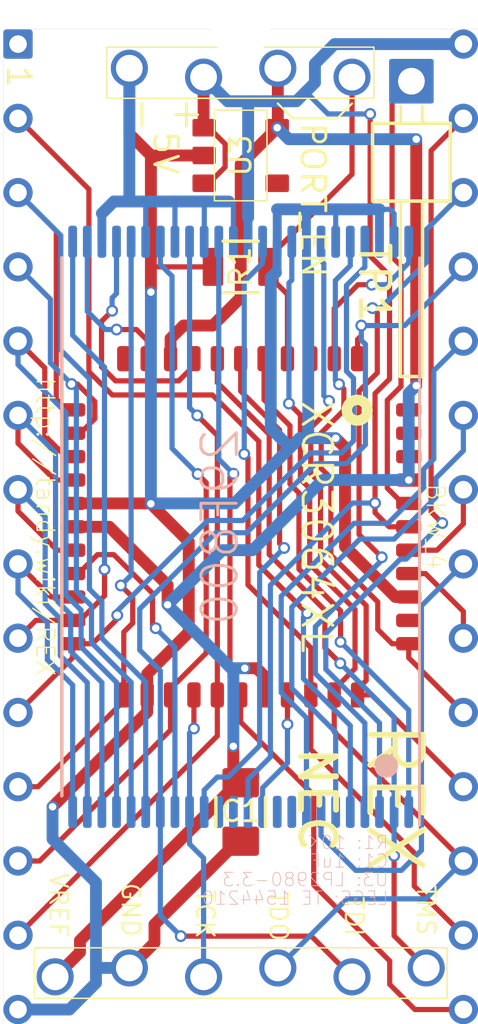
<source format=kicad_pcb>
(kicad_pcb (version 20171130) (host pcbnew 5.1.10-88a1d61d58~88~ubuntu20.10.1)

  (general
    (thickness 1.6)
    (drawings 35)
    (tracks 555)
    (zones 0)
    (modules 9)
    (nets 40)
  )

  (page A4)
  (title_block
    (title REX1_bkw)
    (rev 12)
    (comment 1 "Original: Steve Adolph")
    (comment 2 "Modified: Brian K. White")
  )

  (layers
    (0 Top signal)
    (31 Bottom signal)
    (32 B.Adhes user hide)
    (33 F.Adhes user hide)
    (34 B.Paste user hide)
    (35 F.Paste user hide)
    (36 B.SilkS user)
    (37 F.SilkS user)
    (38 B.Mask user)
    (39 F.Mask user)
    (40 Dwgs.User user hide)
    (41 Cmts.User user hide)
    (42 Eco1.User user hide)
    (43 Eco2.User user hide)
    (44 Edge.Cuts user)
    (45 Margin user)
    (46 B.CrtYd user hide)
    (47 F.CrtYd user hide)
    (48 B.Fab user hide)
    (49 F.Fab user hide)
  )

  (setup
    (last_trace_width 0.1778)
    (user_trace_width 0.3048)
    (user_trace_width 0.4064)
    (trace_clearance 0.1778)
    (zone_clearance 0.1524)
    (zone_45_only no)
    (trace_min 0.1778)
    (via_size 0.4064)
    (via_drill 0.254)
    (via_min_size 0.381)
    (via_min_drill 0.254)
    (uvia_size 0.4064)
    (uvia_drill 0.254)
    (uvias_allowed no)
    (uvia_min_size 0.381)
    (uvia_min_drill 0.254)
    (edge_width 0.01)
    (segment_width 0.2032)
    (pcb_text_width 0.254)
    (pcb_text_size 1.2192 1.2192)
    (mod_edge_width 0.0254)
    (mod_text_size 0.4572 0.4572)
    (mod_text_width 0.0254)
    (pad_size 1.27 1.27)
    (pad_drill 0.9144)
    (pad_to_mask_clearance 0)
    (aux_axis_origin 0 0)
    (grid_origin 147.218 99.187)
    (visible_elements FFF9FF1F)
    (pcbplotparams
      (layerselection 0x010fc_ffffffff)
      (usegerberextensions false)
      (usegerberattributes false)
      (usegerberadvancedattributes false)
      (creategerberjobfile false)
      (excludeedgelayer true)
      (linewidth 0.100000)
      (plotframeref false)
      (viasonmask false)
      (mode 1)
      (useauxorigin false)
      (hpglpennumber 1)
      (hpglpenspeed 20)
      (hpglpendiameter 15.000000)
      (psnegative false)
      (psa4output false)
      (plotreference true)
      (plotvalue true)
      (plotinvisibletext false)
      (padsonsilk false)
      (subtractmaskfromsilk false)
      (outputformat 1)
      (mirror false)
      (drillshape 1)
      (scaleselection 1)
      (outputdirectory ""))
  )

  (net 0 "")
  (net 1 GND)
  (net 2 +3V3)
  (net 3 /PORT_EN)
  (net 4 /TP1)
  (net 5 /eD3)
  (net 6 /eA12)
  (net 7 /eD4)
  (net 8 /eA7)
  (net 9 /eA6)
  (net 10 /eD6)
  (net 11 /eA5)
  (net 12 /eD7)
  (net 13 /eA4)
  (net 14 /e~CS)
  (net 15 /eA3)
  (net 16 /eA10)
  (net 17 /eA2)
  (net 18 /e~OE)
  (net 19 /eA1)
  (net 20 /eA11)
  (net 21 /eA0)
  (net 22 /eA9)
  (net 23 /eD0)
  (net 24 /eD1)
  (net 25 /eA13)
  (net 26 /eD2)
  (net 27 /eA14)
  (net 28 +5V)
  (net 29 /TMS)
  (net 30 /TCK)
  (net 31 /_~WE)
  (net 32 /_A17)
  (net 33 /_~CE)
  (net 34 /_~OE)
  (net 35 /_RY~BY)
  (net 36 /_A15)
  (net 37 /_A16)
  (net 38 /eD5)
  (net 39 /eA8)

  (net_class Default "This is the default net class."
    (clearance 0.1778)
    (trace_width 0.1778)
    (via_dia 0.4064)
    (via_drill 0.254)
    (uvia_dia 0.4064)
    (uvia_drill 0.254)
    (diff_pair_width 0.1778)
    (diff_pair_gap 0.1778)
    (add_net +3V3)
    (add_net +5V)
    (add_net /PORT_EN)
    (add_net /TCK)
    (add_net /TMS)
    (add_net /TP1)
    (add_net /_A15)
    (add_net /_A16)
    (add_net /_A17)
    (add_net /_RY~BY)
    (add_net /_~CE)
    (add_net /_~OE)
    (add_net /_~WE)
    (add_net /eA0)
    (add_net /eA1)
    (add_net /eA10)
    (add_net /eA11)
    (add_net /eA12)
    (add_net /eA13)
    (add_net /eA14)
    (add_net /eA2)
    (add_net /eA3)
    (add_net /eA4)
    (add_net /eA5)
    (add_net /eA6)
    (add_net /eA7)
    (add_net /eA8)
    (add_net /eA9)
    (add_net /eD0)
    (add_net /eD1)
    (add_net /eD2)
    (add_net /eD3)
    (add_net /eD4)
    (add_net /eD5)
    (add_net /eD6)
    (add_net /eD7)
    (add_net /e~CS)
    (add_net /e~OE)
    (add_net GND)
  )

  (module 000_LOCAL:1x1_pin_h (layer Top) (tedit 5FB6CCE6) (tstamp 5E79B6A9)
    (at 153.06 83.947 270)
    (descr "Through hole angled pin header, 1x01, 2.54mm pitch, 6mm pin length, single row")
    (tags "Through hole angled pin header THT 1x01 2.54mm single row")
    (path /E5F42BB8)
    (fp_text reference TP1 (at 6.8961 1.27 270 unlocked) (layer F.SilkS)
      (effects (font (size 1 1) (thickness 0.15)))
    )
    (fp_text value PINHD-1X1 (at 4.31 3.16 90) (layer F.Fab)
      (effects (font (size 1 1) (thickness 0.15)))
    )
    (fp_line (start 2.135 -1.27) (end 4.04 -1.27) (layer F.Fab) (width 0.1))
    (fp_line (start 4.04 -1.27) (end 4.04 1.27) (layer F.Fab) (width 0.1))
    (fp_line (start 4.04 1.27) (end 1.5 1.27) (layer F.Fab) (width 0.1))
    (fp_line (start 1.5 1.27) (end 1.5 -0.635) (layer F.Fab) (width 0.1))
    (fp_line (start 1.5 -0.635) (end 2.135 -1.27) (layer F.Fab) (width 0.1))
    (fp_line (start -0.32 -0.32) (end 1.5 -0.32) (layer F.Fab) (width 0.1))
    (fp_line (start -0.32 -0.32) (end -0.32 0.32) (layer F.Fab) (width 0.1))
    (fp_line (start -0.32 0.32) (end 1.5 0.32) (layer F.Fab) (width 0.1))
    (fp_line (start 4.04 -0.32) (end 10.04 -0.32) (layer F.Fab) (width 0.1))
    (fp_line (start 10.04 -0.32) (end 10.04 0.32) (layer F.Fab) (width 0.1))
    (fp_line (start 4.04 0.32) (end 10.04 0.32) (layer F.Fab) (width 0.1))
    (fp_line (start 1.44 -1.33) (end 1.44 1.33) (layer F.SilkS) (width 0.12))
    (fp_line (start 1.44 1.33) (end 4.1 1.33) (layer F.SilkS) (width 0.12))
    (fp_line (start 4.1 1.33) (end 4.1 -1.33) (layer F.SilkS) (width 0.12))
    (fp_line (start 4.1 -1.33) (end 1.44 -1.33) (layer F.SilkS) (width 0.12))
    (fp_line (start 4.1 -0.38) (end 10.1 -0.38) (layer F.SilkS) (width 0.12))
    (fp_line (start 10.1 -0.38) (end 10.1 0.38) (layer F.SilkS) (width 0.12))
    (fp_line (start 10.1 0.38) (end 4.1 0.38) (layer F.SilkS) (width 0.12))
    (fp_line (start 0.8382 -0.381) (end 1.44 -0.38) (layer F.SilkS) (width 0.12))
    (fp_line (start 0.8382 0.38) (end 1.44 0.38) (layer F.SilkS) (width 0.12))
    (fp_line (start -1.8 -1.8) (end -1.8 1.8) (layer F.CrtYd) (width 0.05))
    (fp_line (start -1.8 1.8) (end 10.55 1.8) (layer F.CrtYd) (width 0.05))
    (fp_line (start 10.55 1.8) (end 10.55 -1.8) (layer F.CrtYd) (width 0.05))
    (fp_line (start 10.55 -1.8) (end -1.8 -1.8) (layer F.CrtYd) (width 0.05))
    (fp_text user %R (at 2.77 0) (layer F.Fab)
      (effects (font (size 1 1) (thickness 0.15)))
    )
    (pad 1 thru_hole roundrect (at 0 0 270) (size 1.524 1.524) (drill 0.9144) (layers *.Cu *.Mask) (roundrect_rratio 0.05)
      (net 4 /TP1))
    (model ${KIPRJMOD}/000_LOCAL.pretty/3d/PinHeader_1x01_P2.54mm_Horizontal.step
      (at (xyz 0 0 0))
      (scale (xyz 1 1 1))
      (rotate (xyz 0 0 0))
    )
  )

  (module 000_LOCAL:1x4_jamb_stagger (layer Top) (tedit 5D492BC0) (tstamp 5FB7918B)
    (at 147.218 83.6549)
    (descr "jamb connector, 4 pin, staggered")
    (path /5D265CE5)
    (solder_mask_margin -0.17272)
    (fp_text reference J3 (at 1.025 1.6321 -180) (layer Dwgs.User)
      (effects (font (size 1.2065 1.2065) (thickness 0.127)) (justify right bottom))
    )
    (fp_text value PRG (at 0 2.54 unlocked) (layer F.Fab)
      (effects (font (size 1.2065 1.2065) (thickness 0.1016)) (justify bottom))
    )
    (fp_poly (pts (xy 0.9525 -0.3175) (xy 0.9525 0.3175) (xy 1.5875 0.3175) (xy 1.5875 -0.3175)) (layer Dwgs.User) (width 0.000254))
    (fp_poly (pts (xy -1.5875 -0.3175) (xy -1.5875 0.3175) (xy -0.9525 0.3175) (xy -0.9525 -0.3175)) (layer Dwgs.User) (width 0.000254))
    (fp_poly (pts (xy 3.4925 -0.3175) (xy 3.4925 0.3175) (xy 4.1275 0.3175) (xy 4.1275 -0.3175)) (layer Dwgs.User) (width 0.000254))
    (fp_poly (pts (xy -4.1275 -0.3175) (xy -4.1275 0.3175) (xy -3.4925 0.3175) (xy -3.4925 -0.3175)) (layer Dwgs.User) (width 0.000254))
    (pad 4 thru_hole circle (at 3.81 0.1524) (size 1.27 1.27) (drill 0.9144) (layers *.Cu *.Mask)
      (net 3 /PORT_EN))
    (pad 3 thru_hole circle (at 1.27 -0.1524) (size 1.27 1.27) (drill 0.9144) (layers *.Cu *.Mask)
      (net 2 +3V3))
    (pad 2 thru_hole circle (at -1.27 0.1524) (size 1.27 1.27) (drill 0.9144) (layers *.Cu *.Mask)
      (net 28 +5V))
    (pad 1 thru_hole circle (at -3.81 -0.1524) (size 1.27 1.27) (drill 0.9144) (layers *.Cu *.Mask)
      (net 1 GND))
  )

  (module 000_LOCAL:DIP-28_W15.24mm_pcb_sil_pins (layer Top) (tedit 5FB6C150) (tstamp 5E77BB4D)
    (at 147.218 99.187)
    (descr "28-lead though-hole mounted DIP package, row spacing 15.24 mm (600 mils)")
    (tags "THT DIP DIL PDIP 2.54mm 15.24mm 600mil")
    (path /5D27638E)
    (fp_text reference J1 (at -5.7908 -16.002) (layer F.SilkS) hide
      (effects (font (size 1 1) (thickness 0.15)))
    )
    (fp_text value "DIP28 legs 27C256" (at 0 14.175) (layer F.Fab)
      (effects (font (size 1 1) (thickness 0.15)))
    )
    (fp_line (start 8.128 -17.018) (end -8.128 -17.018) (layer F.CrtYd) (width 0.01))
    (fp_line (start 8.128 17.018) (end 8.128 -17.018) (layer F.CrtYd) (width 0.01))
    (fp_line (start -8.128 17.018) (end 8.128 17.018) (layer F.CrtYd) (width 0.01))
    (fp_line (start -8.128 -17.018) (end -8.128 17.018) (layer F.CrtYd) (width 0.01))
    (fp_text user %R (at 0.27 3.12) (layer F.Fab)
      (effects (font (size 1 1) (thickness 0.15)))
    )
    (pad "" np_thru_hole circle (at 0 -17.018) (size 2 2) (drill 2) (layers *.Cu *.Mask))
    (pad 1 thru_hole roundrect (at -7.62 -16.51) (size 1 1) (drill 0.6) (layers *.Cu *.Mask) (roundrect_rratio 0.1))
    (pad 15 thru_hole circle (at 7.62 16.51) (size 1 1) (drill 0.6) (layers *.Cu *.Mask)
      (net 5 /eD3))
    (pad 2 thru_hole circle (at -7.62 -13.97) (size 1 1) (drill 0.6) (layers *.Cu *.Mask)
      (net 6 /eA12))
    (pad 16 thru_hole circle (at 7.62 13.97) (size 1 1) (drill 0.6) (layers *.Cu *.Mask)
      (net 7 /eD4))
    (pad 3 thru_hole circle (at -7.62 -11.43) (size 1 1) (drill 0.6) (layers *.Cu *.Mask)
      (net 8 /eA7))
    (pad 17 thru_hole circle (at 7.62 11.43) (size 1 1) (drill 0.6) (layers *.Cu *.Mask)
      (net 38 /eD5))
    (pad 4 thru_hole circle (at -7.62 -8.89) (size 1 1) (drill 0.6) (layers *.Cu *.Mask)
      (net 9 /eA6))
    (pad 18 thru_hole circle (at 7.62 8.89) (size 1 1) (drill 0.6) (layers *.Cu *.Mask)
      (net 10 /eD6))
    (pad 5 thru_hole circle (at -7.62 -6.35) (size 1 1) (drill 0.6) (layers *.Cu *.Mask)
      (net 11 /eA5))
    (pad 19 thru_hole circle (at 7.62 6.35) (size 1 1) (drill 0.6) (layers *.Cu *.Mask)
      (net 12 /eD7))
    (pad 6 thru_hole circle (at -7.62 -3.81) (size 1 1) (drill 0.6) (layers *.Cu *.Mask)
      (net 13 /eA4))
    (pad 20 thru_hole circle (at 7.62 3.81) (size 1 1) (drill 0.6) (layers *.Cu *.Mask)
      (net 14 /e~CS))
    (pad 7 thru_hole circle (at -7.62 -1.27) (size 1 1) (drill 0.6) (layers *.Cu *.Mask)
      (net 15 /eA3))
    (pad 21 thru_hole circle (at 7.62 1.27) (size 1 1) (drill 0.6) (layers *.Cu *.Mask)
      (net 16 /eA10))
    (pad 8 thru_hole circle (at -7.62 1.27) (size 1 1) (drill 0.6) (layers *.Cu *.Mask)
      (net 17 /eA2))
    (pad 22 thru_hole circle (at 7.62 -1.27) (size 1 1) (drill 0.6) (layers *.Cu *.Mask)
      (net 18 /e~OE))
    (pad 9 thru_hole circle (at -7.62 3.81) (size 1 1) (drill 0.6) (layers *.Cu *.Mask)
      (net 19 /eA1))
    (pad 23 thru_hole circle (at 7.62 -3.81) (size 1 1) (drill 0.6) (layers *.Cu *.Mask)
      (net 20 /eA11))
    (pad 10 thru_hole circle (at -7.62 6.35) (size 1 1) (drill 0.6) (layers *.Cu *.Mask)
      (net 21 /eA0))
    (pad 24 thru_hole circle (at 7.62 -6.35) (size 1 1) (drill 0.6) (layers *.Cu *.Mask)
      (net 22 /eA9))
    (pad 11 thru_hole circle (at -7.62 8.89) (size 1 1) (drill 0.6) (layers *.Cu *.Mask)
      (net 23 /eD0))
    (pad 25 thru_hole circle (at 7.62 -8.89) (size 1 1) (drill 0.6) (layers *.Cu *.Mask)
      (net 39 /eA8))
    (pad 12 thru_hole circle (at -7.62 11.43) (size 1 1) (drill 0.6) (layers *.Cu *.Mask)
      (net 24 /eD1))
    (pad 26 thru_hole circle (at 7.62 -11.43) (size 1 1) (drill 0.6) (layers *.Cu *.Mask)
      (net 25 /eA13))
    (pad 13 thru_hole circle (at -7.62 13.97) (size 1 1) (drill 0.6) (layers *.Cu *.Mask)
      (net 26 /eD2))
    (pad 27 thru_hole circle (at 7.62 -13.97) (size 1 1) (drill 0.6) (layers *.Cu *.Mask)
      (net 27 /eA14))
    (pad 14 thru_hole circle (at -7.62 16.51) (size 1 1) (drill 0.6) (layers *.Cu *.Mask)
      (net 1 GND))
    (pad 28 thru_hole circle (at 7.62 -16.51) (size 1 1) (drill 0.6) (layers *.Cu *.Mask)
      (net 28 +5V))
    (model ${KIPRJMOD}/000_LOCAL.pretty/3d/DIL_LEG.step
      (offset (xyz -7.62 16.51 0.18))
      (scale (xyz 1 1 1))
      (rotate (xyz 0 0 0))
    )
    (model ${KIPRJMOD}/000_LOCAL.pretty/3d/DIL_LEG.step
      (offset (xyz -7.62 13.97 0.18))
      (scale (xyz 1 1 1))
      (rotate (xyz 0 0 0))
    )
    (model ${KIPRJMOD}/000_LOCAL.pretty/3d/DIL_LEG.step
      (offset (xyz -7.62 11.43 0.18))
      (scale (xyz 1 1 1))
      (rotate (xyz 0 0 0))
    )
    (model ${KIPRJMOD}/000_LOCAL.pretty/3d/DIL_LEG.step
      (offset (xyz -7.62 8.890000000000001 0.18))
      (scale (xyz 1 1 1))
      (rotate (xyz 0 0 0))
    )
    (model ${KIPRJMOD}/000_LOCAL.pretty/3d/DIL_LEG.step
      (offset (xyz -7.62 6.35 0.18))
      (scale (xyz 1 1 1))
      (rotate (xyz 0 0 0))
    )
    (model ${KIPRJMOD}/000_LOCAL.pretty/3d/DIL_LEG.step
      (offset (xyz -7.62 3.81 0.18))
      (scale (xyz 1 1 1))
      (rotate (xyz 0 0 0))
    )
    (model ${KIPRJMOD}/000_LOCAL.pretty/3d/DIL_LEG.step
      (offset (xyz -7.62 1.27 0.18))
      (scale (xyz 1 1 1))
      (rotate (xyz 0 0 0))
    )
    (model ${KIPRJMOD}/000_LOCAL.pretty/3d/DIL_LEG.step
      (offset (xyz -7.62 -1.27 0.18))
      (scale (xyz 1 1 1))
      (rotate (xyz 0 0 0))
    )
    (model ${KIPRJMOD}/000_LOCAL.pretty/3d/DIL_LEG.step
      (offset (xyz -7.62 -3.81 0.18))
      (scale (xyz 1 1 1))
      (rotate (xyz 0 0 0))
    )
    (model ${KIPRJMOD}/000_LOCAL.pretty/3d/DIL_LEG.step
      (offset (xyz -7.62 -6.35 0.18))
      (scale (xyz 1 1 1))
      (rotate (xyz 0 0 0))
    )
    (model ${KIPRJMOD}/000_LOCAL.pretty/3d/DIL_LEG.step
      (offset (xyz -7.62 -8.890000000000001 0.18))
      (scale (xyz 1 1 1))
      (rotate (xyz 0 0 0))
    )
    (model ${KIPRJMOD}/000_LOCAL.pretty/3d/DIL_LEG.step
      (offset (xyz -7.62 -11.43 0.18))
      (scale (xyz 1 1 1))
      (rotate (xyz 0 0 0))
    )
    (model ${KIPRJMOD}/000_LOCAL.pretty/3d/DIL_LEG.step
      (offset (xyz -7.62 -13.97 0.18))
      (scale (xyz 1 1 1))
      (rotate (xyz 0 0 0))
    )
    (model ${KIPRJMOD}/000_LOCAL.pretty/3d/DIL_LEG.step
      (offset (xyz -7.62 -16.51 0.18))
      (scale (xyz 1 1 1))
      (rotate (xyz 0 0 0))
    )
    (model ${KIPRJMOD}/000_LOCAL.pretty/3d/DIL_LEG.step
      (offset (xyz 7.62 -16.51 0.18))
      (scale (xyz 1 1 1))
      (rotate (xyz 0 0 0))
    )
    (model ${KIPRJMOD}/000_LOCAL.pretty/3d/DIL_LEG.step
      (offset (xyz 7.62 -13.97 0.18))
      (scale (xyz 1 1 1))
      (rotate (xyz 0 0 0))
    )
    (model ${KIPRJMOD}/000_LOCAL.pretty/3d/DIL_LEG.step
      (offset (xyz 7.62 -11.43 0.18))
      (scale (xyz 1 1 1))
      (rotate (xyz 0 0 0))
    )
    (model ${KIPRJMOD}/000_LOCAL.pretty/3d/DIL_LEG.step
      (offset (xyz 7.62 -8.890000000000001 0.18))
      (scale (xyz 1 1 1))
      (rotate (xyz 0 0 0))
    )
    (model ${KIPRJMOD}/000_LOCAL.pretty/3d/DIL_LEG.step
      (offset (xyz 7.62 -6.35 0.18))
      (scale (xyz 1 1 1))
      (rotate (xyz 0 0 0))
    )
    (model ${KIPRJMOD}/000_LOCAL.pretty/3d/DIL_LEG.step
      (offset (xyz 7.62 -3.81 0.18))
      (scale (xyz 1 1 1))
      (rotate (xyz 0 0 0))
    )
    (model ${KIPRJMOD}/000_LOCAL.pretty/3d/DIL_LEG.step
      (offset (xyz 7.62 -1.27 0.18))
      (scale (xyz 1 1 1))
      (rotate (xyz 0 0 0))
    )
    (model ${KIPRJMOD}/000_LOCAL.pretty/3d/DIL_LEG.step
      (offset (xyz 7.62 1.27 0.18))
      (scale (xyz 1 1 1))
      (rotate (xyz 0 0 0))
    )
    (model ${KIPRJMOD}/000_LOCAL.pretty/3d/DIL_LEG.step
      (offset (xyz 7.62 3.81 0.18))
      (scale (xyz 1 1 1))
      (rotate (xyz 0 0 0))
    )
    (model ${KIPRJMOD}/000_LOCAL.pretty/3d/DIL_LEG.step
      (offset (xyz 7.62 6.35 0.18))
      (scale (xyz 1 1 1))
      (rotate (xyz 0 0 0))
    )
    (model ${KIPRJMOD}/000_LOCAL.pretty/3d/DIL_LEG.step
      (offset (xyz 7.62 8.890000000000001 0.18))
      (scale (xyz 1 1 1))
      (rotate (xyz 0 0 0))
    )
    (model ${KIPRJMOD}/000_LOCAL.pretty/3d/DIL_LEG.step
      (offset (xyz 7.62 11.43 0.18))
      (scale (xyz 1 1 1))
      (rotate (xyz 0 0 0))
    )
    (model ${KIPRJMOD}/000_LOCAL.pretty/3d/DIL_LEG.step
      (offset (xyz 7.62 13.97 0.18))
      (scale (xyz 1 1 1))
      (rotate (xyz 0 0 0))
    )
    (model ${KIPRJMOD}/000_LOCAL.pretty/3d/DIL_LEG.step
      (offset (xyz 7.62 16.51 0.18))
      (scale (xyz 1 1 1))
      (rotate (xyz 0 0 0))
    )
  )

  (module 000_LOCAL:C_0805 (layer Top) (tedit 5FB6BB7C) (tstamp 5E77BB27)
    (at 147.2184 108.9406 270)
    (descr "Capacitor SMD 0805, reflow soldering, AVX (see smccp.pdf)")
    (tags "capacitor 0805")
    (path /327B8ADF)
    (attr smd)
    (fp_text reference C1 (at -0.025 0) (layer F.SilkS)
      (effects (font (size 0.7112 0.7112) (thickness 0.1016)))
    )
    (fp_text value C-USC0805 (at 0 1.75 90) (layer F.Fab)
      (effects (font (size 1 1) (thickness 0.15)))
    )
    (fp_line (start -1 0.62) (end -1 -0.62) (layer F.Fab) (width 0.1))
    (fp_line (start 1 0.62) (end -1 0.62) (layer F.Fab) (width 0.1))
    (fp_line (start 1 -0.62) (end 1 0.62) (layer F.Fab) (width 0.1))
    (fp_line (start -1 -0.62) (end 1 -0.62) (layer F.Fab) (width 0.1))
    (fp_line (start 0.5 -0.85) (end -0.5 -0.85) (layer F.SilkS) (width 0.12))
    (fp_line (start -0.5 0.85) (end 0.5 0.85) (layer F.SilkS) (width 0.12))
    (fp_line (start -1.75 -0.88) (end 1.75 -0.88) (layer F.CrtYd) (width 0.05))
    (fp_line (start -1.75 -0.88) (end -1.75 0.87) (layer F.CrtYd) (width 0.05))
    (fp_line (start 1.75 0.87) (end 1.75 -0.88) (layer F.CrtYd) (width 0.05))
    (fp_line (start 1.75 0.87) (end -1.75 0.87) (layer F.CrtYd) (width 0.05))
    (fp_text user %R (at 0 -1.5 90) (layer F.Fab)
      (effects (font (size 1 1) (thickness 0.15)))
    )
    (pad 1 smd roundrect (at -1 0 270) (size 1 1.25) (layers Top F.Paste F.Mask) (roundrect_rratio 0.1)
      (net 2 +3V3))
    (pad 2 smd roundrect (at 1 0 270) (size 1 1.25) (layers Top F.Paste F.Mask) (roundrect_rratio 0.1)
      (net 1 GND))
    (model ${KIPRJMOD}/000_LOCAL.pretty/3d/C_0805_2012Metric.step
      (at (xyz 0 0 0))
      (scale (xyz 1 1 1))
      (rotate (xyz 0 0 0))
    )
  )

  (module 000_LOCAL:R_0805 (layer Top) (tedit 5FB6BB99) (tstamp 5E77BB7A)
    (at 147.218 90.297)
    (descr "Resistor SMD 0805, reflow soldering, Vishay (see dcrcw.pdf)")
    (tags "resistor 0805")
    (path /2604F989)
    (attr smd)
    (fp_text reference R1 (at -0.025 0 -90) (layer F.SilkS)
      (effects (font (size 0.7112 0.7112) (thickness 0.1016)))
    )
    (fp_text value 10k (at 0 1.75) (layer F.Fab)
      (effects (font (size 1 1) (thickness 0.15)))
    )
    (fp_line (start -1 0.62) (end -1 -0.62) (layer F.Fab) (width 0.1))
    (fp_line (start 1 0.62) (end -1 0.62) (layer F.Fab) (width 0.1))
    (fp_line (start 1 -0.62) (end 1 0.62) (layer F.Fab) (width 0.1))
    (fp_line (start -1 -0.62) (end 1 -0.62) (layer F.Fab) (width 0.1))
    (fp_line (start 0.6 0.88) (end -0.6 0.88) (layer F.SilkS) (width 0.12))
    (fp_line (start -0.6 -0.88) (end 0.6 -0.88) (layer F.SilkS) (width 0.12))
    (fp_line (start -1.55 -0.9) (end 1.55 -0.9) (layer F.CrtYd) (width 0.05))
    (fp_line (start -1.55 -0.9) (end -1.55 0.9) (layer F.CrtYd) (width 0.05))
    (fp_line (start 1.55 0.9) (end 1.55 -0.9) (layer F.CrtYd) (width 0.05))
    (fp_line (start 1.55 0.9) (end -1.55 0.9) (layer F.CrtYd) (width 0.05))
    (fp_text user %R (at 0 0) (layer F.Fab)
      (effects (font (size 0.5 0.5) (thickness 0.075)))
    )
    (pad 1 smd roundrect (at -0.95 0) (size 0.7 1.3) (layers Top F.Paste F.Mask) (roundrect_rratio 0.1)
      (net 1 GND))
    (pad 2 smd roundrect (at 0.95 0) (size 0.7 1.3) (layers Top F.Paste F.Mask) (roundrect_rratio 0.1)
      (net 3 /PORT_EN))
    (model ${KIPRJMOD}/000_LOCAL.pretty/3d/R_0805_2012Metric.step
      (at (xyz 0 0 0))
      (scale (xyz 1 1 1))
      (rotate (xyz 0 0 0))
    )
  )

  (module 000_LOCAL:SOT-23-5 (layer Top) (tedit 5FB6BB0C) (tstamp 5E77BC2D)
    (at 147.218 86.487)
    (descr "5-pin SOT23 package")
    (tags SOT-23-5)
    (path /5D30DD1C)
    (attr smd)
    (fp_text reference U3 (at 0.0004 0 -90) (layer F.SilkS)
      (effects (font (size 0.7112 0.7112) (thickness 0.1016)))
    )
    (fp_text value LP2980 (at 0 2.9) (layer F.Fab)
      (effects (font (size 1 1) (thickness 0.15)))
    )
    (fp_line (start 0.9 -1.55) (end 0.9 1.55) (layer F.Fab) (width 0.1))
    (fp_line (start 0.9 1.55) (end -0.9 1.55) (layer F.Fab) (width 0.1))
    (fp_line (start -0.9 -0.9) (end -0.9 1.55) (layer F.Fab) (width 0.1))
    (fp_line (start 0.9 -1.55) (end -0.25 -1.55) (layer F.Fab) (width 0.1))
    (fp_line (start -0.9 -0.9) (end -0.25 -1.55) (layer F.Fab) (width 0.1))
    (fp_line (start -0.9 1.55) (end 0.9 1.55) (layer F.SilkS) (width 0.0508))
    (fp_line (start 0.9 1.55) (end 0.9 -1.55) (layer F.SilkS) (width 0.0508))
    (fp_line (start 0.9 -1.55) (end -0.9 -1.55) (layer F.SilkS) (width 0.0508))
    (fp_line (start -0.9 -1.55) (end -0.9 1.55) (layer F.SilkS) (width 0.0508))
    (fp_text user %R (at 0 0 90) (layer F.Fab)
      (effects (font (size 0.5 0.5) (thickness 0.075)))
    )
    (pad 1 smd roundrect (at -1.25 -0.95) (size 0.8 0.6) (layers Top F.Paste F.Mask) (roundrect_rratio 0.1)
      (net 28 +5V))
    (pad 2 smd roundrect (at -1.25 0) (size 0.8 0.6) (layers Top F.Paste F.Mask) (roundrect_rratio 0.1)
      (net 1 GND))
    (pad 3 smd roundrect (at -1.25 0.95) (size 0.8 0.6) (layers Top F.Paste F.Mask) (roundrect_rratio 0.1)
      (net 28 +5V))
    (pad 4 smd roundrect (at 1.25 0.95) (size 0.8 0.6) (layers Top F.Paste F.Mask) (roundrect_rratio 0.1))
    (pad 5 smd roundrect (at 1.25 -0.95) (size 0.8 0.6) (layers Top F.Paste F.Mask) (roundrect_rratio 0.1)
      (net 2 +3V3))
    (model ${KIPRJMOD}/000_LOCAL.pretty/3d/SOT-23-5.step
      (at (xyz 0 0 0))
      (scale (xyz 1 1 1))
      (rotate (xyz 0 0 0))
    )
  )

  (module 000_LOCAL:TSOP-48 (layer Bottom) (tedit 5FB6BA7A) (tstamp 5E77BC1A)
    (at 147.218 99.187 90)
    (descr "TSOP I, 32 pins, 18.4x8mm body (https://www.micron.com/~/media/documents/products/technical-note/nor-flash/tn1225_land_pad_design.pdf)")
    (tags "TSOP I 32")
    (path /5EA914C4)
    (attr smd)
    (fp_text reference U2 (at -1.58496 -0.44958 270) (layer B.SilkS) hide
      (effects (font (size 1.2065 1.2065) (thickness 0.1016)) (justify left bottom mirror))
    )
    (fp_text value 29F800 (at 0 -0.0004 270) (layer B.SilkS)
      (effects (font (size 1.2065 1.2065) (thickness 0.1016)) (justify bottom mirror))
    )
    (fp_line (start -10.55 -6.25) (end -10.55 6.25) (layer B.CrtYd) (width 0.05))
    (fp_line (start 10.55 -6.25) (end -10.55 -6.25) (layer B.CrtYd) (width 0.05))
    (fp_line (start 10.55 6.25) (end 10.55 -6.25) (layer B.CrtYd) (width 0.05))
    (fp_line (start -10.55 6.25) (end 10.55 6.25) (layer B.CrtYd) (width 0.05))
    (fp_line (start -9.2 -6.12) (end 9.2 -6.12) (layer B.SilkS) (width 0.12))
    (fp_line (start 9.2 6.12) (end -10.2 6.12) (layer B.SilkS) (width 0.1))
    (fp_line (start -8.2 6) (end -9.2 5) (layer B.Fab) (width 0.1))
    (fp_line (start 9.2 6) (end 9.2 -6) (layer B.Fab) (width 0.1))
    (fp_line (start 9.2 -6) (end -9.2 -6) (layer B.Fab) (width 0.1))
    (fp_line (start -9.2 -6) (end -9.2 5) (layer B.Fab) (width 0.1))
    (fp_line (start -8.2 6) (end 9.2 6) (layer B.Fab) (width 0.1))
    (fp_circle (center -8.1788 4.9784) (end -7.9756 4.9784) (layer B.SilkS) (width 0.4064))
    (fp_text user %R (at 0 0 270) (layer B.Fab)
      (effects (font (size 1 1) (thickness 0.15)) (justify mirror))
    )
    (pad 48 smd roundrect (at 9.75 5.75 90) (size 1.1 0.3) (layers Bottom B.Paste B.Mask) (roundrect_rratio 0.32)
      (net 37 /_A16))
    (pad 47 smd roundrect (at 9.75 5.25 90) (size 1.1 0.3) (layers Bottom B.Paste B.Mask) (roundrect_rratio 0.32)
      (net 1 GND))
    (pad 46 smd roundrect (at 9.75 4.75 90) (size 1.1 0.3) (layers Bottom B.Paste B.Mask) (roundrect_rratio 0.32)
      (net 1 GND))
    (pad 45 smd roundrect (at 9.75 4.25 90) (size 1.1 0.3) (layers Bottom B.Paste B.Mask) (roundrect_rratio 0.32)
      (net 21 /eA0))
    (pad 44 smd roundrect (at 9.75 3.75 90) (size 1.1 0.3) (layers Bottom B.Paste B.Mask) (roundrect_rratio 0.32)
      (net 12 /eD7))
    (pad 43 smd roundrect (at 9.75 3.25 90) (size 1.1 0.3) (layers Bottom B.Paste B.Mask) (roundrect_rratio 0.32)
      (net 1 GND))
    (pad 42 smd roundrect (at 9.75 2.75 90) (size 1.1 0.3) (layers Bottom B.Paste B.Mask) (roundrect_rratio 0.32)
      (net 10 /eD6))
    (pad 41 smd roundrect (at 9.75 2.25 90) (size 1.1 0.3) (layers Bottom B.Paste B.Mask) (roundrect_rratio 0.32)
      (net 1 GND))
    (pad 40 smd roundrect (at 9.75 1.75 90) (size 1.1 0.3) (layers Bottom B.Paste B.Mask) (roundrect_rratio 0.32)
      (net 38 /eD5))
    (pad 39 smd roundrect (at 9.75 1.25 90) (size 1.1 0.3) (layers Bottom B.Paste B.Mask) (roundrect_rratio 0.32)
      (net 1 GND))
    (pad 38 smd roundrect (at 9.75 0.75 90) (size 1.1 0.3) (layers Bottom B.Paste B.Mask) (roundrect_rratio 0.32)
      (net 7 /eD4))
    (pad 37 smd roundrect (at 9.75 0.25 90) (size 1.1 0.3) (layers Bottom B.Paste B.Mask) (roundrect_rratio 0.32)
      (net 28 +5V))
    (pad 36 smd roundrect (at 9.75 -0.25 90) (size 1.1 0.3) (layers Bottom B.Paste B.Mask) (roundrect_rratio 0.32)
      (net 1 GND))
    (pad 35 smd roundrect (at 9.75 -0.75 90) (size 1.1 0.3) (layers Bottom B.Paste B.Mask) (roundrect_rratio 0.32)
      (net 5 /eD3))
    (pad 34 smd roundrect (at 9.75 -1.25 90) (size 1.1 0.3) (layers Bottom B.Paste B.Mask) (roundrect_rratio 0.32)
      (net 1 GND))
    (pad 33 smd roundrect (at 9.75 -1.75 90) (size 1.1 0.3) (layers Bottom B.Paste B.Mask) (roundrect_rratio 0.32)
      (net 26 /eD2))
    (pad 32 smd roundrect (at 9.75 -2.25 90) (size 1.1 0.3) (layers Bottom B.Paste B.Mask) (roundrect_rratio 0.32)
      (net 1 GND))
    (pad 31 smd roundrect (at 9.75 -2.75 90) (size 1.1 0.3) (layers Bottom B.Paste B.Mask) (roundrect_rratio 0.32)
      (net 24 /eD1))
    (pad 30 smd roundrect (at 9.75 -3.25 90) (size 1.1 0.3) (layers Bottom B.Paste B.Mask) (roundrect_rratio 0.32)
      (net 1 GND))
    (pad 29 smd roundrect (at 9.75 -3.75 90) (size 1.1 0.3) (layers Bottom B.Paste B.Mask) (roundrect_rratio 0.32)
      (net 23 /eD0))
    (pad 28 smd roundrect (at 9.75 -4.25 90) (size 1.1 0.3) (layers Bottom B.Paste B.Mask) (roundrect_rratio 0.32)
      (net 34 /_~OE))
    (pad 27 smd roundrect (at 9.75 -4.75 90) (size 1.1 0.3) (layers Bottom B.Paste B.Mask) (roundrect_rratio 0.32)
      (net 1 GND))
    (pad 26 smd roundrect (at 9.75 -5.25 90) (size 1.1 0.3) (layers Bottom B.Paste B.Mask) (roundrect_rratio 0.32)
      (net 33 /_~CE))
    (pad 24 smd roundrect (at -9.75 -5.75 90) (size 1.1 0.3) (layers Bottom B.Paste B.Mask) (roundrect_rratio 0.32)
      (net 17 /eA2))
    (pad 23 smd roundrect (at -9.75 -5.25 90) (size 1.1 0.3) (layers Bottom B.Paste B.Mask) (roundrect_rratio 0.32)
      (net 15 /eA3))
    (pad 22 smd roundrect (at -9.75 -4.75 90) (size 1.1 0.3) (layers Bottom B.Paste B.Mask) (roundrect_rratio 0.32)
      (net 13 /eA4))
    (pad 21 smd roundrect (at -9.75 -4.25 90) (size 1.1 0.3) (layers Bottom B.Paste B.Mask) (roundrect_rratio 0.32)
      (net 11 /eA5))
    (pad 20 smd roundrect (at -9.75 -3.75 90) (size 1.1 0.3) (layers Bottom B.Paste B.Mask) (roundrect_rratio 0.32)
      (net 9 /eA6))
    (pad 19 smd roundrect (at -9.75 -3.25 90) (size 1.1 0.3) (layers Bottom B.Paste B.Mask) (roundrect_rratio 0.32)
      (net 8 /eA7))
    (pad 18 smd roundrect (at -9.75 -2.75 90) (size 1.1 0.3) (layers Bottom B.Paste B.Mask) (roundrect_rratio 0.32)
      (net 39 /eA8))
    (pad 17 smd roundrect (at -9.75 -2.25 90) (size 1.1 0.3) (layers Bottom B.Paste B.Mask) (roundrect_rratio 0.32)
      (net 32 /_A17))
    (pad 16 smd roundrect (at -9.75 -1.75 90) (size 1.1 0.3) (layers Bottom B.Paste B.Mask) (roundrect_rratio 0.32)
      (net 30 /TCK))
    (pad 15 smd roundrect (at -9.75 -1.25 90) (size 1.1 0.3) (layers Bottom B.Paste B.Mask) (roundrect_rratio 0.32)
      (net 35 /_RY~BY))
    (pad 14 smd roundrect (at -9.75 -0.75 90) (size 1.1 0.3) (layers Bottom B.Paste B.Mask) (roundrect_rratio 0.32))
    (pad 13 smd roundrect (at -9.75 -0.25 90) (size 1.1 0.3) (layers Bottom B.Paste B.Mask) (roundrect_rratio 0.32))
    (pad 12 smd roundrect (at -9.75 0.25 90) (size 1.1 0.3) (layers Bottom B.Paste B.Mask) (roundrect_rratio 0.32)
      (net 28 +5V))
    (pad 11 smd roundrect (at -9.75 0.75 90) (size 1.1 0.3) (layers Bottom B.Paste B.Mask) (roundrect_rratio 0.32)
      (net 31 /_~WE))
    (pad 10 smd roundrect (at -9.75 1.25 90) (size 1.1 0.3) (layers Bottom B.Paste B.Mask) (roundrect_rratio 0.32))
    (pad 9 smd roundrect (at -9.75 1.75 90) (size 1.1 0.3) (layers Bottom B.Paste B.Mask) (roundrect_rratio 0.32))
    (pad 8 smd roundrect (at -9.75 2.25 90) (size 1.1 0.3) (layers Bottom B.Paste B.Mask) (roundrect_rratio 0.32)
      (net 22 /eA9))
    (pad 7 smd roundrect (at -9.75 2.75 90) (size 1.1 0.3) (layers Bottom B.Paste B.Mask) (roundrect_rratio 0.32)
      (net 16 /eA10))
    (pad 6 smd roundrect (at -9.75 3.25 90) (size 1.1 0.3) (layers Bottom B.Paste B.Mask) (roundrect_rratio 0.32)
      (net 20 /eA11))
    (pad 5 smd roundrect (at -9.75 3.75 90) (size 1.1 0.3) (layers Bottom B.Paste B.Mask) (roundrect_rratio 0.32)
      (net 6 /eA12))
    (pad 4 smd roundrect (at -9.75 4.25 90) (size 1.1 0.3) (layers Bottom B.Paste B.Mask) (roundrect_rratio 0.32)
      (net 25 /eA13))
    (pad 3 smd roundrect (at -9.75 4.75 90) (size 1.1 0.3) (layers Bottom B.Paste B.Mask) (roundrect_rratio 0.32)
      (net 27 /eA14))
    (pad 2 smd roundrect (at -9.75 5.25 90) (size 1.1 0.3) (layers Bottom B.Paste B.Mask) (roundrect_rratio 0.32)
      (net 29 /TMS))
    (pad 25 smd roundrect (at 9.75 -5.75 90) (size 1.1 0.3) (layers Bottom B.Paste B.Mask) (roundrect_rratio 0.32)
      (net 19 /eA1))
    (pad 1 smd roundrect (at -9.75 5.75 90) (size 1.1 0.3) (layers Bottom B.Paste B.Mask) (roundrect_rratio 0.32)
      (net 36 /_A15))
    (model ${KIPRJMOD}/000_LOCAL.pretty/3d/TSOP-I-48_12x18.4mm_P0.5mm.step
      (at (xyz 0 0 0))
      (scale (xyz 1 1 1))
      (rotate (xyz 0 0 0))
    )
  )

  (module 000_LOCAL:QFP44 (layer Top) (tedit 5FB6B9D4) (tstamp 5E77BBD9)
    (at 147.218 99.187 270)
    (path /5E976829)
    (attr smd)
    (fp_text reference U1 (at -1.4859 0.2667 270 unlocked) (layer F.SilkS) hide
      (effects (font (size 1.2065 1.2065) (thickness 0.1016)) (justify left bottom))
    )
    (fp_text value XCR3064-VQ44 (at 0 0 180 unlocked) (layer Dwgs.User) hide
      (effects (font (size 1.2065 1.2065) (thickness 0.1016)) (justify bottom))
    )
    (fp_line (start -6.7 6.7) (end -6.7 -6.7) (layer F.CrtYd) (width 0.1))
    (fp_line (start 6.7 6.7) (end -6.7 6.7) (layer F.CrtYd) (width 0.1))
    (fp_line (start 6.7 -6.7) (end 6.7 6.7) (layer F.CrtYd) (width 0.1))
    (fp_line (start -6.7 -6.7) (end 6.7 -6.7) (layer F.CrtYd) (width 0.1))
    (fp_circle (center -5.715 -5.715) (end -5.715 -5.815) (layer F.Fab) (width 0.2))
    (fp_circle (center -3.9878 -3.9878) (end -3.8116 -3.9878) (layer F.SilkS) (width 0.3556))
    (fp_line (start 6 -6) (end -6 -6) (layer F.Fab) (width 0.1))
    (fp_line (start -6 -6) (end -6 6) (layer F.Fab) (width 0.1))
    (fp_line (start -6 6) (end 6 6) (layer F.Fab) (width 0.1))
    (fp_line (start 6 6) (end 6 -6) (layer F.Fab) (width 0.1))
    (fp_text user %R (at 0 0 270) (layer F.Fab)
      (effects (font (size 1 1) (thickness 0.15)))
    )
    (pad 44 smd roundrect (at -4 -5.75 270) (size 0.4572 0.8636) (layers Top F.Paste F.Mask) (roundrect_rratio 0.25))
    (pad 43 smd roundrect (at -3.2 -5.75 270) (size 0.4572 0.8636) (layers Top F.Paste F.Mask) (roundrect_rratio 0.25))
    (pad 42 smd roundrect (at -2.4 -5.75 270) (size 0.4572 0.8636) (layers Top F.Paste F.Mask) (roundrect_rratio 0.25))
    (pad 41 smd roundrect (at -1.6 -5.75 270) (size 0.4572 0.8636) (layers Top F.Paste F.Mask) (roundrect_rratio 0.25)
      (net 2 +3V3))
    (pad 40 smd roundrect (at -0.8 -5.75 270) (size 0.4572 0.8636) (layers Top F.Paste F.Mask) (roundrect_rratio 0.25)
      (net 4 /TP1))
    (pad 39 smd roundrect (at 0 -5.75 270) (size 0.4572 0.8636) (layers Top F.Paste F.Mask) (roundrect_rratio 0.25)
      (net 28 +5V))
    (pad 38 smd roundrect (at 0.8 -5.75 270) (size 0.4572 0.8636) (layers Top F.Paste F.Mask) (roundrect_rratio 0.25)
      (net 18 /e~OE))
    (pad 37 smd roundrect (at 1.6 -5.75 270) (size 0.4572 0.8636) (layers Top F.Paste F.Mask) (roundrect_rratio 0.25)
      (net 14 /e~CS))
    (pad 36 smd roundrect (at 2.4 -5.75 270) (size 0.4572 0.8636) (layers Top F.Paste F.Mask) (roundrect_rratio 0.25)
      (net 1 GND))
    (pad 35 smd roundrect (at 3.2 -5.75 270) (size 0.4572 0.8636) (layers Top F.Paste F.Mask) (roundrect_rratio 0.25))
    (pad 34 smd roundrect (at 4 -5.75 270) (size 0.4572 0.8636) (layers Top F.Paste F.Mask) (roundrect_rratio 0.25)
      (net 12 /eD7))
    (pad 33 smd roundrect (at 5.75 -4) (size 0.4572 0.8636) (layers Top F.Paste F.Mask) (roundrect_rratio 0.25)
      (net 10 /eD6))
    (pad 32 smd roundrect (at 5.75 -3.2) (size 0.4572 0.8636) (layers Top F.Paste F.Mask) (roundrect_rratio 0.25)
      (net 38 /eD5))
    (pad 31 smd roundrect (at 5.75 -2.4) (size 0.4572 0.8636) (layers Top F.Paste F.Mask) (roundrect_rratio 0.25)
      (net 7 /eD4))
    (pad 30 smd roundrect (at 5.75 -1.6) (size 0.4572 0.8636) (layers Top F.Paste F.Mask) (roundrect_rratio 0.25)
      (net 31 /_~WE))
    (pad 29 smd roundrect (at 5.75 -0.8) (size 0.4572 0.8636) (layers Top F.Paste F.Mask) (roundrect_rratio 0.25)
      (net 2 +3V3))
    (pad 28 smd roundrect (at 5.75 0) (size 0.4572 0.8636) (layers Top F.Paste F.Mask) (roundrect_rratio 0.25)
      (net 5 /eD3))
    (pad 27 smd roundrect (at 5.75 0.8) (size 0.4572 0.8636) (layers Top F.Paste F.Mask) (roundrect_rratio 0.25)
      (net 26 /eD2))
    (pad 26 smd roundrect (at 5.75 1.6) (size 0.4572 0.8636) (layers Top F.Paste F.Mask) (roundrect_rratio 0.25)
      (net 30 /TCK))
    (pad 25 smd roundrect (at 5.75 2.4) (size 0.4572 0.8636) (layers Top F.Paste F.Mask) (roundrect_rratio 0.25)
      (net 24 /eD1))
    (pad 24 smd roundrect (at 5.75 3.2) (size 0.4572 0.8636) (layers Top F.Paste F.Mask) (roundrect_rratio 0.25)
      (net 1 GND))
    (pad 23 smd roundrect (at 5.75 4) (size 0.4572 0.8636) (layers Top F.Paste F.Mask) (roundrect_rratio 0.25)
      (net 23 /eD0))
    (pad 22 smd roundrect (at 4 5.75 270) (size 0.4572 0.8636) (layers Top F.Paste F.Mask) (roundrect_rratio 0.25)
      (net 21 /eA0))
    (pad 21 smd roundrect (at 3.2 5.75 270) (size 0.4572 0.8636) (layers Top F.Paste F.Mask) (roundrect_rratio 0.25)
      (net 19 /eA1))
    (pad 20 smd roundrect (at 2.4 5.75 270) (size 0.4572 0.8636) (layers Top F.Paste F.Mask) (roundrect_rratio 0.25)
      (net 17 /eA2))
    (pad 19 smd roundrect (at 1.6 5.75 270) (size 0.4572 0.8636) (layers Top F.Paste F.Mask) (roundrect_rratio 0.25)
      (net 32 /_A17))
    (pad 18 smd roundrect (at 0.8 5.75 270) (size 0.4572 0.8636) (layers Top F.Paste F.Mask) (roundrect_rratio 0.25)
      (net 15 /eA3))
    (pad 17 smd roundrect (at 0 5.75 270) (size 0.4572 0.8636) (layers Top F.Paste F.Mask) (roundrect_rratio 0.25)
      (net 2 +3V3))
    (pad 16 smd roundrect (at -0.8 5.75 270) (size 0.4572 0.8636) (layers Top F.Paste F.Mask) (roundrect_rratio 0.25)
      (net 1 GND))
    (pad 15 smd roundrect (at -1.6 5.75 270) (size 0.4572 0.8636) (layers Top F.Paste F.Mask) (roundrect_rratio 0.25)
      (net 13 /eA4))
    (pad 14 smd roundrect (at -2.4 5.75 270) (size 0.4572 0.8636) (layers Top F.Paste F.Mask) (roundrect_rratio 0.25)
      (net 11 /eA5))
    (pad 13 smd roundrect (at -3.2 5.75 270) (size 0.4572 0.8636) (layers Top F.Paste F.Mask) (roundrect_rratio 0.25)
      (net 9 /eA6))
    (pad 12 smd roundrect (at -4 5.75 270) (size 0.4572 0.8636) (layers Top F.Paste F.Mask) (roundrect_rratio 0.25)
      (net 8 /eA7))
    (pad 11 smd roundrect (at -5.75 4) (size 0.4572 0.8636) (layers Top F.Paste F.Mask) (roundrect_rratio 0.25))
    (pad 10 smd roundrect (at -5.75 3.2) (size 0.4572 0.8636) (layers Top F.Paste F.Mask) (roundrect_rratio 0.25)
      (net 33 /_~CE))
    (pad 9 smd roundrect (at -5.75 2.4) (size 0.4572 0.8636) (layers Top F.Paste F.Mask) (roundrect_rratio 0.25)
      (net 2 +3V3))
    (pad 8 smd roundrect (at -5.75 1.6) (size 0.4572 0.8636) (layers Top F.Paste F.Mask) (roundrect_rratio 0.25)
      (net 34 /_~OE))
    (pad 7 smd roundrect (at -5.75 0.8) (size 0.4572 0.8636) (layers Top F.Paste F.Mask) (roundrect_rratio 0.25)
      (net 29 /TMS))
    (pad 6 smd roundrect (at -5.75 0) (size 0.4572 0.8636) (layers Top F.Paste F.Mask) (roundrect_rratio 0.25)
      (net 35 /_RY~BY))
    (pad 5 smd roundrect (at -5.75 -0.8) (size 0.4572 0.8636) (layers Top F.Paste F.Mask) (roundrect_rratio 0.25)
      (net 36 /_A15))
    (pad 4 smd roundrect (at -5.75 -1.6) (size 0.4572 0.8636) (layers Top F.Paste F.Mask) (roundrect_rratio 0.25)
      (net 3 /PORT_EN))
    (pad 3 smd roundrect (at -5.75 -2.4) (size 0.4572 0.8636) (layers Top F.Paste F.Mask) (roundrect_rratio 0.25))
    (pad 2 smd roundrect (at -5.75 -3.2) (size 0.4572 0.8636) (layers Top F.Paste F.Mask) (roundrect_rratio 0.25)
      (net 37 /_A16))
    (pad 1 smd roundrect (at -5.75 -4) (size 0.4572 0.8636) (layers Top F.Paste F.Mask) (roundrect_rratio 0.25)
      (net 39 /eA8))
    (model ${KIPRJMOD}/000_LOCAL.pretty/3d/TQFP-44_10x10mm_P0.8mm.step
      (at (xyz 0 0 0))
      (scale (xyz 1 1 1))
      (rotate (xyz 0 0 0))
    )
  )

  (module 000_LOCAL:1x6_jamb_stagger (layer Top) (tedit 5D492B89) (tstamp 5E77BB5D)
    (at 147.218 114.427)
    (descr "6 pin jamb connector, perpendicular offsets")
    (path /5D38CEC5)
    (solder_mask_margin -0.17272)
    (fp_text reference J2 (at 1.0795 -1.5494 -180) (layer Dwgs.User)
      (effects (font (size 1.2065 1.2065) (thickness 0.127)) (justify right bottom))
    )
    (fp_text value JTAG (at 0 -2.54 unlocked) (layer F.Fab)
      (effects (font (size 1.2065 1.2065) (thickness 0.1016)) (justify bottom))
    )
    (fp_poly (pts (xy -6.6675 -0.3175) (xy -6.6675 0.3175) (xy -6.0325 0.3175) (xy -6.0325 -0.3175)) (layer Dwgs.User) (width 0))
    (fp_poly (pts (xy -4.1275 -0.3175) (xy -4.1275 0.3175) (xy -3.4925 0.3175) (xy -3.4925 -0.3175)) (layer Dwgs.User) (width 0))
    (fp_poly (pts (xy -1.5875 -0.3175) (xy -1.5875 0.3175) (xy -0.9525 0.3175) (xy -0.9525 -0.3175)) (layer Dwgs.User) (width 0))
    (fp_poly (pts (xy 0.9525 -0.3175) (xy 0.9525 0.3175) (xy 1.5875 0.3175) (xy 1.5875 -0.3175)) (layer Dwgs.User) (width 0))
    (fp_poly (pts (xy 3.4925 -0.3175) (xy 3.4925 0.3175) (xy 4.1275 0.3175) (xy 4.1275 -0.3175)) (layer Dwgs.User) (width 0))
    (fp_poly (pts (xy 6.0325 -0.3175) (xy 6.0325 0.3175) (xy 6.6675 0.3175) (xy 6.6675 -0.3175)) (layer Dwgs.User) (width 0))
    (pad 6 thru_hole circle (at 6.35 -0.1524) (size 1.27 1.27) (drill 0.9144) (layers *.Cu *.Mask)
      (net 29 /TMS))
    (pad 5 thru_hole circle (at 3.81 0.1524) (size 1.27 1.27) (drill 0.9144) (layers *.Cu *.Mask)
      (net 39 /eA8))
    (pad 4 thru_hole circle (at 1.27 -0.1524) (size 1.27 1.27) (drill 0.9144) (layers *.Cu *.Mask)
      (net 38 /eD5))
    (pad 3 thru_hole circle (at -1.27 0.1524) (size 1.27 1.27) (drill 0.9144) (layers *.Cu *.Mask)
      (net 30 /TCK))
    (pad 2 thru_hole circle (at -3.81 -0.1524) (size 1.27 1.27) (drill 0.9144) (layers *.Cu *.Mask)
      (net 1 GND))
    (pad 1 thru_hole circle (at -6.35 0.1524) (size 1.27 1.27) (drill 0.9144) (layers *.Cu *.Mask)
      (net 2 +3V3))
  )

  (gr_text "LEGS: TE 1544210" (at 152.2984 111.887) (layer B.SilkS) (tstamp 5E7980E0)
    (effects (font (size 0.4572 0.4572) (thickness 0.0254)) (justify left mirror))
  )
  (gr_text "C1: 1uF" (at 152.2984 110.617) (layer B.SilkS) (tstamp 5E7980DE)
    (effects (font (size 0.4572 0.4572) (thickness 0.0254)) (justify left mirror))
  )
  (gr_text "U3: LP2980-3.3" (at 152.2984 111.252) (layer B.SilkS) (tstamp 5E7980DC)
    (effects (font (size 0.4572 0.4572) (thickness 0.0254)) (justify left mirror))
  )
  (gr_text "R1: 10K" (at 152.2984 109.982) (layer B.SilkS)
    (effects (font (size 0.4572 0.4572) (thickness 0.0254)) (justify left mirror))
  )
  (gr_line (start 139.0904 116.205) (end 139.0904 82.169) (layer Edge.Cuts) (width 0.01) (tstamp 5E77DDE2))
  (gr_line (start 155.3464 116.205) (end 139.0904 116.205) (layer Edge.Cuts) (width 0.01))
  (gr_line (start 155.3464 82.169) (end 155.3464 116.205) (layer Edge.Cuts) (width 0.01))
  (gr_line (start 139.0904 82.169) (end 155.3464 82.169) (layer Edge.Cuts) (width 0.01))
  (gr_text 1 (at 139.1684 83.347 -90) (layer F.SilkS) (tstamp 5E4FA1BF)
    (effects (font (size 0.8 0.8) (thickness 0.1)) (justify left bottom))
  )
  (gr_text NEC (at 149.1234 108.5215 -90) (layer F.SilkS) (tstamp 5E4F95C7)
    (effects (font (size 1.2 1.2) (thickness 0.2)) (justify bottom))
  )
  (gr_line (start 148.996 85.217) (end 150.52 85.217) (layer F.SilkS) (width 0.0762) (tstamp 5E4FD178))
  (gr_line (start 142.6337 82.7812) (end 142.6337 84.5312) (layer F.SilkS) (width 0.0508) (tstamp 5E4FA571))
  (gr_line (start 151.7777 82.7812) (end 151.7777 84.5312) (layer F.SilkS) (width 0.0508) (tstamp 5D25660B))
  (gr_line (start 154.2808 115.3142) (end 140.1584 115.3142) (layer F.SilkS) (width 0.0508) (tstamp 5D255F67))
  (gr_line (start 154.2808 113.587) (end 154.2808 115.3142) (layer F.SilkS) (width 0.0508))
  (gr_line (start 140.1584 113.587) (end 154.2808 113.587) (layer F.SilkS) (width 0.0508))
  (gr_line (start 140.1584 115.3142) (end 140.1584 113.587) (layer F.SilkS) (width 0.0508))
  (gr_line (start 150.52 85.217) (end 151.028 84.709) (layer F.SilkS) (width 0.0762) (tstamp 5E4FD175))
  (gr_line (start 148.996 85.217) (end 148.488 84.709) (layer F.SilkS) (width 0.0762))
  (gr_line (start 151.7777 82.7812) (end 142.6337 82.7812) (layer F.SilkS) (width 0.0508) (tstamp 5D2535BE))
  (gr_line (start 142.6337 84.5312) (end 151.7777 84.5312) (layer F.SilkS) (width 0.0508))
  (gr_text - (at 143.916 85.09 -90) (layer F.SilkS) (tstamp 5D25028A)
    (effects (font (size 1 1) (thickness 0.1)))
  )
  (gr_text + (at 145.4384 85.09 -90) (layer F.SilkS) (tstamp 5D2501E0)
    (effects (font (size 1 1) (thickness 0.1)))
  )
  (gr_text http://tandy.wiki/REX (at 140.5284 99.187 -90) (layer F.SilkS)
    (effects (font (size 0.6096 0.6096) (thickness 0.0508)))
  )
  (gr_text PORT_EN (at 149.6884 88.011 -90) (layer F.SilkS) (tstamp 5D250528)
    (effects (font (size 0.8128 0.8128) (thickness 0.1016)))
  )
  (gr_text BKW_4 (at 153.8855 99.177 -90) (layer F.SilkS)
    (effects (font (size 0.6096 0.6096) (thickness 0.0508)))
  )
  (gr_text 5V (at 144.1684 85.598 -90) (layer F.SilkS) (tstamp 5D25359A)
    (effects (font (size 0.8128 0.8128) (thickness 0.1016)) (justify left bottom))
  )
  (gr_text REX (at 151.4221 108.4453 -90) (layer F.SilkS) (tstamp B416F390)
    (effects (font (size 1.8 1.8) (thickness 0.2)) (justify bottom))
  )
  (gr_text TMS (at 153.1984 113.227 -90) (layer F.SilkS) (tstamp B419F2D0)
    (effects (font (size 0.6096 0.6096) (thickness 0.0762)) (justify right bottom))
  )
  (gr_text TDI (at 150.7384 113.247 -90) (layer F.SilkS) (tstamp B419F7A0)
    (effects (font (size 0.6096 0.6096) (thickness 0.0762)) (justify right bottom))
  )
  (gr_text TCK (at 145.6384 113.327 -90) (layer F.SilkS) (tstamp B40E64C0)
    (effects (font (size 0.6096 0.6096) (thickness 0.0762)) (justify right bottom))
  )
  (gr_text TDO (at 148.1584 113.407 -90) (layer F.SilkS) (tstamp B40E6990)
    (effects (font (size 0.6096 0.6096) (thickness 0.0762)) (justify right bottom))
  )
  (gr_text GND (at 143.0984 113.267 -90) (layer F.SilkS) (tstamp B40E6E60)
    (effects (font (size 0.6096 0.6096) (thickness 0.0762)) (justify right bottom))
  )
  (gr_text VREF (at 140.6284 113.287 -90) (layer F.SilkS) (tstamp B4101330)
    (effects (font (size 0.6096 0.6096) (thickness 0.0762)) (justify right bottom))
  )
  (gr_text XCR3064XL (at 149.225 94.7928 -90) (layer F.SilkS) (tstamp B41B93E0)
    (effects (font (size 1.016 1.016) (thickness 0.1016)) (justify left bottom))
  )

  (segment (start 143.408 83.5406) (end 143.408 88.06) (width 0.4064) (layer Bottom) (net 1))
  (segment (start 151.968 89.437) (end 151.968 89.0285) (width 0.1778) (layer Bottom) (net 1))
  (segment (start 145.861 86.487) (end 145.968 86.487) (width 0.1778) (layer Top) (net 1))
  (via (at 150.4681 96.1561) (size 0.4064) (drill 0.254) (layers Top Bottom) (net 1))
  (segment (start 145.3261 86.487) (end 145.861 86.487) (width 0.4064) (layer Top) (net 1))
  (segment (start 144.145 98.3996) (end 144.1576 98.387) (width 0.4064) (layer Bottom) (net 1))
  (segment (start 144.1576 98.387) (end 147.0024 98.387) (width 0.4064) (layer Bottom) (net 1))
  (via (at 144.145 98.3996) (size 0.4064) (drill 0.254) (layers Top Bottom) (net 1))
  (segment (start 144.145 98.3996) (end 144.1576 98.387) (width 0.1778) (layer Top) (net 1))
  (segment (start 144.1324 98.387) (end 144.145 98.3996) (width 0.4064) (layer Top) (net 1))
  (segment (start 141.468 98.387) (end 144.1324 98.387) (width 0.4064) (layer Top) (net 1))
  (segment (start 148.9075 96.4819) (end 149.2333 96.1561) (width 0.4064) (layer Bottom) (net 1))
  (segment (start 147.0024 98.387) (end 148.9075 96.4819) (width 0.4064) (layer Bottom) (net 1))
  (segment (start 149.4619 96.1561) (end 150.4681 96.1561) (width 0.4064) (layer Bottom) (net 1))
  (segment (start 149.2333 96.1561) (end 149.4619 96.1561) (width 0.4064) (layer Bottom) (net 1))
  (segment (start 149.4663 89.4387) (end 149.468 89.437) (width 0.1778) (layer Bottom) (net 1))
  (segment (start 149.4619 96.1561) (end 149.4663 96.1517) (width 0.1778) (layer Bottom) (net 1))
  (segment (start 148.463 89.442) (end 148.468 89.437) (width 0.3048) (layer Bottom) (net 1))
  (segment (start 148.463 90.4875) (end 148.463 89.442) (width 0.3048) (layer Bottom) (net 1))
  (segment (start 149.4619 96.1561) (end 149.5298 96.0882) (width 0.4064) (layer Bottom) (net 1))
  (segment (start 149.5298 96.0882) (end 149.5298 90.4201) (width 0.4064) (layer Bottom) (net 1))
  (segment (start 149.468 90.3583) (end 149.5298 90.4201) (width 0.3048) (layer Bottom) (net 1))
  (segment (start 149.468 89.437) (end 149.468 90.3583) (width 0.3048) (layer Bottom) (net 1))
  (segment (start 148.468 88.3335) (end 148.463 88.3285) (width 0.3048) (layer Bottom) (net 1))
  (segment (start 148.468 89.437) (end 148.468 88.3335) (width 0.3048) (layer Bottom) (net 1))
  (segment (start 151.968 88.3287) (end 151.9682 88.3285) (width 0.3048) (layer Bottom) (net 1))
  (segment (start 151.968 89.437) (end 151.968 88.3287) (width 0.3048) (layer Bottom) (net 1))
  (segment (start 149.4663 88.3285) (end 149.4663 89.4353) (width 0.3048) (layer Bottom) (net 1))
  (segment (start 149.4663 89.4353) (end 149.468 89.437) (width 0.3048) (layer Bottom) (net 1))
  (segment (start 148.463 88.3285) (end 149.4663 88.3285) (width 0.4064) (layer Bottom) (net 1))
  (segment (start 150.4696 89.4354) (end 150.468 89.437) (width 0.1778) (layer Bottom) (net 1))
  (segment (start 150.4696 88.3285) (end 151.9682 88.3285) (width 0.4064) (layer Bottom) (net 1))
  (segment (start 150.4696 88.3285) (end 150.4696 89.4354) (width 0.1778) (layer Bottom) (net 1))
  (segment (start 149.4663 88.3285) (end 150.4696 88.3285) (width 0.4064) (layer Bottom) (net 1))
  (segment (start 143.408 88.06) (end 142.8768 88.06) (width 0.4064) (layer Bottom) (net 1))
  (segment (start 142.8768 88.06) (end 142.4686 88.4682) (width 0.4064) (layer Bottom) (net 1))
  (segment (start 142.468 88.4688) (end 142.4686 88.4682) (width 0.3048) (layer Bottom) (net 1))
  (segment (start 142.468 89.437) (end 142.468 88.4688) (width 0.3048) (layer Bottom) (net 1))
  (segment (start 143.969 88.06) (end 143.969 89.436) (width 0.1778) (layer Bottom) (net 1))
  (segment (start 143.969 89.436) (end 143.968 89.437) (width 0.1778) (layer Bottom) (net 1))
  (segment (start 143.408 88.06) (end 143.969 88.06) (width 0.4064) (layer Bottom) (net 1))
  (segment (start 144.9687 88.06) (end 144.9687 89.4363) (width 0.1778) (layer Bottom) (net 1))
  (segment (start 144.9687 89.4363) (end 144.968 89.437) (width 0.1778) (layer Bottom) (net 1))
  (segment (start 143.969 88.06) (end 144.9687 88.06) (width 0.4064) (layer Bottom) (net 1))
  (segment (start 145.972 89.433) (end 145.968 89.437) (width 0.1778) (layer Bottom) (net 1))
  (segment (start 145.972 88.06) (end 145.972 89.433) (width 0.1778) (layer Bottom) (net 1))
  (segment (start 144.9687 88.06) (end 145.972 88.06) (width 0.4064) (layer Bottom) (net 1))
  (segment (start 152.3238 88.3285) (end 151.9682 88.3285) (width 0.1778) (layer Bottom) (net 1))
  (segment (start 152.468 89.437) (end 152.468 88.4727) (width 0.1778) (layer Bottom) (net 1))
  (segment (start 152.468 88.4727) (end 152.3238 88.3285) (width 0.1778) (layer Bottom) (net 1))
  (via (at 140.7795 108.7628) (size 0.4064) (drill 0.254) (layers Top Bottom) (net 1))
  (segment (start 145.4404 102.7938) (end 144.018 104.2162) (width 0.4064) (layer Top) (net 1))
  (segment (start 144.145 98.3996) (end 145.4404 99.695) (width 0.4064) (layer Top) (net 1))
  (segment (start 144.018 104.2162) (end 144.018 104.937) (width 0.4064) (layer Top) (net 1))
  (segment (start 145.4404 99.695) (end 145.4404 102.7938) (width 0.4064) (layer Top) (net 1))
  (via (at 144.145 91.1606) (size 0.4064) (drill 0.254) (layers Top Bottom) (net 1))
  (segment (start 144.145 91.1606) (end 144.145 98.3996) (width 0.4064) (layer Bottom) (net 1))
  (segment (start 145.972 88.06) (end 146.812 88.06) (width 0.4064) (layer Bottom) (net 1))
  (segment (start 146.968 88.1271) (end 146.9009 88.06) (width 0.1778) (layer Bottom) (net 1))
  (segment (start 146.968 89.437) (end 146.968 88.1271) (width 0.1778) (layer Bottom) (net 1))
  (segment (start 148.2471 90.6653) (end 148.4249 90.4875) (width 0.4064) (layer Bottom) (net 1))
  (segment (start 148.9075 96.4819) (end 148.2471 95.8215) (width 0.4064) (layer Bottom) (net 1))
  (segment (start 148.2471 95.8215) (end 148.2471 90.6653) (width 0.4064) (layer Bottom) (net 1))
  (segment (start 140.7795 108.7628) (end 140.7795 109.8677) (width 0.4064) (layer Bottom) (net 1))
  (segment (start 140.7795 109.8677) (end 142.2654 111.3536) (width 0.4064) (layer Bottom) (net 1))
  (segment (start 142.2654 114.2746) (end 143.408 114.2746) (width 0.4064) (layer Bottom) (net 1))
  (segment (start 142.2654 111.3536) (end 142.2654 114.2746) (width 0.4064) (layer Bottom) (net 1))
  (segment (start 150.7871 96.4751) (end 150.4681 96.1561) (width 0.4064) (layer Top) (net 1))
  (segment (start 150.7871 99.8601) (end 150.7871 96.4751) (width 0.4064) (layer Top) (net 1))
  (segment (start 152.968 101.587) (end 152.514 101.587) (width 0.4064) (layer Top) (net 1))
  (segment (start 152.514 101.587) (end 150.7871 99.8601) (width 0.4064) (layer Top) (net 1))
  (segment (start 144.145 90.297) (end 144.145 91.1606) (width 0.1778) (layer Top) (net 1))
  (segment (start 146.268 90.297) (end 144.145 90.297) (width 0.1778) (layer Top) (net 1))
  (segment (start 144.145 86.487) (end 145.3261 86.487) (width 0.4064) (layer Top) (net 1))
  (segment (start 144.145 91.1606) (end 144.145 86.487) (width 0.4064) (layer Top) (net 1))
  (segment (start 143.408 85.75) (end 144.145 86.487) (width 0.4064) (layer Top) (net 1))
  (segment (start 143.408 83.5406) (end 143.408 85.75) (width 0.4064) (layer Top) (net 1))
  (segment (start 141.358 115.697) (end 139.598 115.697) (width 0.4064) (layer Bottom) (net 1))
  (segment (start 142.2654 114.7896) (end 141.358 115.697) (width 0.4064) (layer Bottom) (net 1))
  (segment (start 142.2654 114.2746) (end 142.2654 114.7896) (width 0.4064) (layer Bottom) (net 1))
  (segment (start 147.1144 109.9406) (end 147.2184 109.9406) (width 0.4064) (layer Top) (net 1))
  (segment (start 144.268 112.787) (end 147.1144 109.9406) (width 0.4064) (layer Top) (net 1))
  (segment (start 144.268 113.4146) (end 144.268 112.787) (width 0.4064) (layer Top) (net 1))
  (segment (start 143.408 114.2746) (end 144.268 113.4146) (width 0.4064) (layer Top) (net 1))
  (segment (start 144.018 105.5243) (end 144.018 104.937) (width 0.4064) (layer Top) (net 1))
  (segment (start 140.7795 108.7628) (end 144.018 105.5243) (width 0.4064) (layer Top) (net 1))
  (via (at 147.3577 104.0253) (size 0.4064) (drill 0.254) (layers Top Bottom) (net 2))
  (segment (start 147.7641 104.0253) (end 147.3577 104.0253) (width 0.4064) (layer Top) (net 2))
  (segment (start 148.018 104.937) (end 148.018 104.2792) (width 0.4064) (layer Top) (net 2))
  (segment (start 148.018 104.2792) (end 147.7641 104.0253) (width 0.4064) (layer Top) (net 2))
  (segment (start 144.7165 101.854) (end 144.7165 101.1809) (width 0.4064) (layer Top) (net 2))
  (segment (start 146.8878 104.0253) (end 147.3577 104.0253) (width 0.4064) (layer Bottom) (net 2))
  (segment (start 144.7165 101.854) (end 146.8878 104.0253) (width 0.4064) (layer Bottom) (net 2))
  (segment (start 144.7165 101.1809) (end 142.7226 99.187) (width 0.4064) (layer Top) (net 2))
  (via (at 144.7165 101.854) (size 0.4064) (drill 0.254) (layers Top Bottom) (net 2))
  (segment (start 142.7226 99.187) (end 141.468 99.187) (width 0.4064) (layer Top) (net 2))
  (via (at 146.9644 106.6927) (size 0.4064) (drill 0.254) (layers Top Bottom) (net 2))
  (via (at 152.968 97.587) (size 0.4064) (drill 0.254) (layers Top Bottom) (net 2))
  (segment (start 146.5834 99.9871) (end 144.7165 101.854) (width 0.4064) (layer Bottom) (net 2))
  (segment (start 147.6248 99.9871) (end 146.5834 99.9871) (width 0.4064) (layer Bottom) (net 2))
  (segment (start 152.968 97.587) (end 150.0249 97.587) (width 0.4064) (layer Bottom) (net 2))
  (segment (start 150.0249 97.587) (end 147.6248 99.9871) (width 0.4064) (layer Bottom) (net 2))
  (segment (start 153.2255 94.361) (end 152.968 94.6185) (width 0.4064) (layer Bottom) (net 2))
  (segment (start 152.968 94.6185) (end 152.968 97.587) (width 0.4064) (layer Bottom) (net 2))
  (via (at 153.2255 94.361) (size 0.4064) (drill 0.254) (layers Top Bottom) (net 2))
  (segment (start 153.2255 94.361) (end 153.2255 85.9299) (width 0.4064) (layer Top) (net 2))
  (via (at 153.2255 85.9299) (size 0.4064) (drill 0.254) (layers Top Bottom) (net 2))
  (segment (start 148.468 85.537) (end 148.468 85.537) (width 0.4064) (layer Top) (net 2) (tstamp 5FB6B685))
  (via (at 148.468 85.537) (size 0.4064) (drill 0.254) (layers Top Bottom) (net 2))
  (segment (start 148.8609 85.9299) (end 148.468 85.537) (width 0.4064) (layer Bottom) (net 2))
  (segment (start 153.2255 85.9299) (end 148.8609 85.9299) (width 0.4064) (layer Bottom) (net 2))
  (segment (start 145.26133 92.3036) (end 144.818 92.74693) (width 0.4064) (layer Top) (net 2))
  (segment (start 144.818 92.74693) (end 144.818 93.437) (width 0.4064) (layer Top) (net 2))
  (segment (start 146.26082 92.3036) (end 145.26133 92.3036) (width 0.4064) (layer Top) (net 2))
  (segment (start 147.2184 91.34602) (end 146.26082 92.3036) (width 0.4064) (layer Top) (net 2))
  (segment (start 147.2184 86.7866) (end 147.2184 91.34602) (width 0.4064) (layer Top) (net 2))
  (segment (start 148.468 85.537) (end 147.2184 86.7866) (width 0.4064) (layer Top) (net 2))
  (segment (start 148.488 85.517) (end 148.468 85.537) (width 0.4064) (layer Top) (net 2))
  (segment (start 148.488 83.5025) (end 148.488 85.517) (width 0.4064) (layer Top) (net 2))
  (segment (start 146.9644 107.6866) (end 147.2184 107.9406) (width 0.4064) (layer Top) (net 2))
  (segment (start 146.9644 106.6927) (end 146.9644 107.6866) (width 0.4064) (layer Top) (net 2))
  (segment (start 146.968 106.6891) (end 146.9644 106.6927) (width 0.4064) (layer Bottom) (net 2))
  (segment (start 146.968 104.037) (end 146.968 106.6891) (width 0.4064) (layer Bottom) (net 2))
  (segment (start 146.9797 104.0253) (end 146.968 104.037) (width 0.4064) (layer Bottom) (net 2))
  (segment (start 147.3577 104.0253) (end 146.9797 104.0253) (width 0.4064) (layer Bottom) (net 2))
  (segment (start 140.8756 114.5794) (end 140.868 114.5794) (width 0.4064) (layer Top) (net 2))
  (segment (start 141.718 113.737) (end 140.8756 114.5794) (width 0.4064) (layer Top) (net 2))
  (segment (start 141.718 113.337) (end 141.718 113.737) (width 0.4064) (layer Top) (net 2))
  (segment (start 147.1144 107.9406) (end 141.718 113.337) (width 0.4064) (layer Top) (net 2))
  (segment (start 147.2184 107.9406) (end 147.1144 107.9406) (width 0.4064) (layer Top) (net 2))
  (segment (start 148.8186 93.4364) (end 148.818 93.437) (width 0.1778) (layer Top) (net 3))
  (segment (start 148.818 91.2366) (end 148.818 93.437) (width 0.1778) (layer Top) (net 3))
  (segment (start 148.168 90.5866) (end 148.818 91.2366) (width 0.1778) (layer Top) (net 3))
  (segment (start 148.168 90.297) (end 148.168 90.5866) (width 0.1778) (layer Top) (net 3))
  (segment (start 151.028 87.1274) (end 148.168 89.9874) (width 0.1778) (layer Top) (net 3))
  (segment (start 148.168 89.9874) (end 148.168 90.297) (width 0.1778) (layer Top) (net 3))
  (segment (start 151.028 83.8073) (end 151.028 87.1274) (width 0.1778) (layer Top) (net 3))
  (segment (start 152.3984 84.6086) (end 153.06 83.947) (width 0.1778) (layer Top) (net 4))
  (segment (start 152.3984 89.957) (end 152.3984 84.6086) (width 0.1778) (layer Top) (net 4))
  (segment (start 152.7584 98.387) (end 152.2349 97.8635) (width 0.1778) (layer Top) (net 4))
  (segment (start 152.2349 97.8635) (end 152.2349 94.8563) (width 0.1778) (layer Top) (net 4))
  (segment (start 152.968 98.387) (end 152.7584 98.387) (width 0.1778) (layer Top) (net 4))
  (segment (start 152.2349 94.8563) (end 152.7048 94.3864) (width 0.1778) (layer Top) (net 4))
  (segment (start 152.7048 90.2634) (end 152.3984 89.957) (width 0.1778) (layer Top) (net 4))
  (segment (start 152.7048 94.3864) (end 152.7048 90.2634) (width 0.1778) (layer Top) (net 4))
  (via (at 146.9644 97.3709) (size 0.4064) (drill 0.254) (layers Top Bottom) (net 5))
  (segment (start 146.8507 97.4846) (end 146.8507 104.3088) (width 0.1778) (layer Top) (net 5))
  (segment (start 146.8507 104.3088) (end 147.218 104.6761) (width 0.1778) (layer Top) (net 5))
  (segment (start 146.9644 97.3709) (end 146.8507 97.4846) (width 0.1778) (layer Top) (net 5))
  (segment (start 147.218 104.6761) (end 147.218 104.937) (width 0.1778) (layer Top) (net 5))
  (segment (start 146.468 96.8745) (end 146.468 89.437) (width 0.1778) (layer Bottom) (net 5))
  (segment (start 146.9644 97.3709) (end 146.468 96.8745) (width 0.1778) (layer Bottom) (net 5))
  (segment (start 149.718 111.437) (end 149.718 108.3668) (width 0.1778) (layer Top) (net 5))
  (segment (start 147.218 105.8668) (end 147.218 104.937) (width 0.1778) (layer Top) (net 5))
  (segment (start 149.718 108.3668) (end 147.218 105.8668) (width 0.1778) (layer Top) (net 5))
  (segment (start 152.318 114.037) (end 149.718 111.437) (width 0.1778) (layer Top) (net 5))
  (segment (start 152.318 114.837) (end 152.318 114.037) (width 0.1778) (layer Top) (net 5))
  (segment (start 153.178 115.697) (end 152.318 114.837) (width 0.1778) (layer Top) (net 5))
  (segment (start 154.838 115.697) (end 153.178 115.697) (width 0.1778) (layer Top) (net 5))
  (via (at 149.4917 102.1461) (size 0.4064) (drill 0.254) (layers Top Bottom) (net 6))
  (segment (start 149.3647 104.3813) (end 150.968 105.9846) (width 0.1778) (layer Bottom) (net 6))
  (segment (start 149.4917 102.1461) (end 149.3647 102.2731) (width 0.1778) (layer Bottom) (net 6))
  (segment (start 150.968 105.9846) (end 150.968 108.937) (width 0.1778) (layer Bottom) (net 6))
  (segment (start 149.3647 102.2731) (end 149.3647 104.3813) (width 0.1778) (layer Bottom) (net 6))
  (segment (start 142.0241 87.6431) (end 139.598 85.217) (width 0.1778) (layer Top) (net 6))
  (segment (start 142.0241 93.8784) (end 142.0241 87.6431) (width 0.1778) (layer Top) (net 6))
  (segment (start 146.2514 94.6785) (end 142.8242 94.6785) (width 0.1778) (layer Top) (net 6))
  (segment (start 149.4917 102.1461) (end 147.837 100.4914) (width 0.1778) (layer Top) (net 6))
  (segment (start 147.837 96.2641) (end 146.2514 94.6785) (width 0.1778) (layer Top) (net 6))
  (segment (start 147.837 100.4914) (end 147.837 96.2641) (width 0.1778) (layer Top) (net 6))
  (segment (start 142.8242 94.6785) (end 142.0241 93.8784) (width 0.1778) (layer Top) (net 6))
  (segment (start 147.339 96.6969) (end 147.4673 96.8252) (width 0.1778) (layer Top) (net 7))
  (segment (start 147.4673 96.8252) (end 147.4673 101.1732) (width 0.1778) (layer Top) (net 7))
  (segment (start 147.4673 101.1732) (end 149.618 103.3239) (width 0.1778) (layer Top) (net 7))
  (segment (start 149.618 103.3239) (end 149.618 104.937) (width 0.1778) (layer Top) (net 7))
  (via (at 147.339 96.6969) (size 0.4064) (drill 0.254) (layers Top Bottom) (net 7))
  (segment (start 147.339 90.7987) (end 147.339 96.6969) (width 0.1778) (layer Bottom) (net 7))
  (segment (start 147.968 89.437) (end 147.968 90.1697) (width 0.1778) (layer Bottom) (net 7))
  (segment (start 147.968 90.1697) (end 147.339 90.7987) (width 0.1778) (layer Bottom) (net 7))
  (segment (start 149.618 106.80122) (end 149.618 104.937) (width 0.1778) (layer Top) (net 7))
  (segment (start 154.838 113.157) (end 153.15692 111.47592) (width 0.1778) (layer Top) (net 7))
  (segment (start 153.15692 110.34014) (end 149.618 106.80122) (width 0.1778) (layer Top) (net 7))
  (segment (start 153.15692 111.47592) (end 153.15692 110.34014) (width 0.1778) (layer Top) (net 7))
  (segment (start 141.2753 95.187) (end 141.468 95.187) (width 0.1778) (layer Top) (net 8))
  (segment (start 140.9065 94.8182) (end 141.2753 95.187) (width 0.1778) (layer Top) (net 8))
  (segment (start 139.598 87.757) (end 140.9065 89.0655) (width 0.1778) (layer Top) (net 8))
  (segment (start 140.9065 89.0655) (end 140.9065 94.8182) (width 0.1778) (layer Top) (net 8))
  (segment (start 142.7665 103.2933) (end 143.968 104.4948) (width 0.1778) (layer Bottom) (net 8))
  (segment (start 143.968 108.12) (end 143.968 108.937) (width 0.1778) (layer Bottom) (net 8))
  (segment (start 143.968 104.4948) (end 143.968 108.12) (width 0.1778) (layer Bottom) (net 8))
  (segment (start 142.468 103.0029) (end 142.7584 103.2933) (width 0.1778) (layer Bottom) (net 8))
  (segment (start 142.468 101.7446) (end 142.468 103.0029) (width 0.1778) (layer Bottom) (net 8))
  (segment (start 139.598 87.757) (end 141.0619 89.2209) (width 0.1778) (layer Bottom) (net 8))
  (segment (start 142.7584 103.2933) (end 142.7665 103.2933) (width 0.1778) (layer Bottom) (net 8))
  (segment (start 142.042 94.1249) (end 142.042 101.3186) (width 0.1778) (layer Bottom) (net 8))
  (segment (start 141.0619 93.1448) (end 142.042 94.1249) (width 0.1778) (layer Bottom) (net 8))
  (segment (start 141.0619 89.2209) (end 141.0619 93.1448) (width 0.1778) (layer Bottom) (net 8))
  (segment (start 142.042 101.3186) (end 142.468 101.7446) (width 0.1778) (layer Bottom) (net 8))
  (segment (start 141.4277 94.3042) (end 141.5945 94.471) (width 0.1778) (layer Bottom) (net 9))
  (segment (start 141.5945 94.471) (end 141.5945 101.3744) (width 0.1778) (layer Bottom) (net 9))
  (segment (start 141.5945 101.3744) (end 142.1121 101.892) (width 0.1778) (layer Bottom) (net 9))
  (segment (start 142.1121 101.892) (end 142.1121 103.1503) (width 0.1778) (layer Bottom) (net 9))
  (segment (start 142.1121 103.1503) (end 143.4679 104.5061) (width 0.1778) (layer Bottom) (net 9))
  (segment (start 143.4679 104.5061) (end 143.468 104.5061) (width 0.1778) (layer Bottom) (net 9))
  (segment (start 143.468 104.5061) (end 143.468 108.937) (width 0.1778) (layer Bottom) (net 9))
  (segment (start 139.598 90.297) (end 140.706 91.405) (width 0.1778) (layer Bottom) (net 9))
  (segment (start 140.706 91.405) (end 140.706 93.5825) (width 0.1778) (layer Bottom) (net 9))
  (segment (start 140.706 93.5825) (end 141.4277 94.3042) (width 0.1778) (layer Bottom) (net 9))
  (via (at 141.4277 94.3042) (size 0.4064) (drill 0.254) (layers Top Bottom) (net 9))
  (segment (start 141.62948 94.3042) (end 141.4277 94.3042) (width 0.1778) (layer Top) (net 9))
  (segment (start 142.2273 94.90202) (end 141.62948 94.3042) (width 0.1778) (layer Top) (net 9))
  (segment (start 141.468 95.987) (end 141.7316 95.987) (width 0.1778) (layer Top) (net 9))
  (segment (start 142.2273 95.4913) (end 142.2273 94.90202) (width 0.1778) (layer Top) (net 9))
  (segment (start 141.7316 95.987) (end 142.2273 95.4913) (width 0.1778) (layer Top) (net 9))
  (segment (start 149.6166 97.3688) (end 149.9489 97.7011) (width 0.1778) (layer Top) (net 10))
  (segment (start 149.6166 95.8035) (end 149.6166 97.3688) (width 0.1778) (layer Top) (net 10))
  (via (at 150.241 94.8817) (size 0.4064) (drill 0.254) (layers Top Bottom) (net 10))
  (segment (start 151.511 101.8794) (end 151.511 104.4448) (width 0.1778) (layer Top) (net 10))
  (segment (start 150.241 95.1791) (end 149.6166 95.8035) (width 0.1778) (layer Top) (net 10))
  (segment (start 150.241 94.8817) (end 150.241 95.1791) (width 0.1778) (layer Top) (net 10))
  (segment (start 149.9489 97.7011) (end 149.9489 100.3173) (width 0.1778) (layer Top) (net 10))
  (segment (start 151.218 104.7378) (end 151.218 104.937) (width 0.1778) (layer Top) (net 10))
  (segment (start 149.9489 100.3173) (end 151.511 101.8794) (width 0.1778) (layer Top) (net 10))
  (segment (start 151.511 104.4448) (end 151.218 104.7378) (width 0.1778) (layer Top) (net 10))
  (segment (start 150.00478 89.47378) (end 149.968 89.437) (width 0.1778) (layer Bottom) (net 10))
  (segment (start 150.00478 90.12428) (end 150.00478 89.47378) (width 0.1778) (layer Bottom) (net 10))
  (segment (start 150.0632 90.1827) (end 150.00478 90.12428) (width 0.1778) (layer Bottom) (net 10))
  (segment (start 150.241 94.8817) (end 150.0632 94.7039) (width 0.1778) (layer Bottom) (net 10))
  (segment (start 150.0632 94.7039) (end 150.0632 90.1827) (width 0.1778) (layer Bottom) (net 10))
  (segment (start 151.698 104.937) (end 151.218 104.937) (width 0.1778) (layer Top) (net 10))
  (segment (start 154.838 108.077) (end 151.698 104.937) (width 0.1778) (layer Top) (net 10))
  (segment (start 141.2334 96.787) (end 141.468 96.787) (width 0.1778) (layer Top) (net 11))
  (segment (start 140.5128 96.0664) (end 141.2334 96.787) (width 0.1778) (layer Top) (net 11))
  (segment (start 139.598 92.837) (end 140.5128 93.7518) (width 0.1778) (layer Top) (net 11))
  (segment (start 140.5128 93.7518) (end 140.5128 96.0664) (width 0.1778) (layer Top) (net 11))
  (segment (start 142.968 104.5095) (end 142.968 108.937) (width 0.1778) (layer Bottom) (net 11))
  (segment (start 139.598 93.64178) (end 141.2386 95.28238) (width 0.1778) (layer Bottom) (net 11))
  (segment (start 141.2386 95.28238) (end 141.2386 101.5218) (width 0.1778) (layer Bottom) (net 11))
  (segment (start 139.598 92.837) (end 139.598 93.64178) (width 0.1778) (layer Bottom) (net 11))
  (segment (start 141.2386 101.5218) (end 141.7562 102.0394) (width 0.1778) (layer Bottom) (net 11))
  (segment (start 141.7562 103.2977) (end 142.968 104.5095) (width 0.1778) (layer Bottom) (net 11))
  (segment (start 141.7562 102.0394) (end 141.7562 103.2977) (width 0.1778) (layer Bottom) (net 11))
  (via (at 150.5839 94.3102) (size 0.4064) (drill 0.254) (layers Top Bottom) (net 12))
  (segment (start 151.9089 102.6964) (end 152.3995 103.187) (width 0.1778) (layer Top) (net 12))
  (segment (start 151.9089 101.7566) (end 151.9089 102.6964) (width 0.1778) (layer Top) (net 12))
  (segment (start 150.3045 100.1522) (end 151.9089 101.7566) (width 0.1778) (layer Top) (net 12))
  (segment (start 150.749 94.4753) (end 150.749 95.1992) (width 0.1778) (layer Top) (net 12))
  (segment (start 150.3045 97.5233) (end 150.3045 100.1522) (width 0.1778) (layer Top) (net 12))
  (segment (start 150.5839 94.3102) (end 150.749 94.4753) (width 0.1778) (layer Top) (net 12))
  (segment (start 150.749 95.1992) (end 149.9725 95.9757) (width 0.1778) (layer Top) (net 12))
  (segment (start 152.3995 103.187) (end 152.968 103.187) (width 0.1778) (layer Top) (net 12))
  (segment (start 149.9725 95.9757) (end 149.9725 97.1913) (width 0.1778) (layer Top) (net 12))
  (segment (start 149.9725 97.1913) (end 150.3045 97.5233) (width 0.1778) (layer Top) (net 12))
  (segment (start 150.968 90.254) (end 150.968 89.437) (width 0.1778) (layer Bottom) (net 12))
  (segment (start 150.4569 90.7651) (end 150.968 90.254) (width 0.1778) (layer Bottom) (net 12))
  (segment (start 150.5839 94.3102) (end 150.4569 94.1832) (width 0.1778) (layer Bottom) (net 12))
  (segment (start 150.4569 94.1832) (end 150.4569 90.7651) (width 0.1778) (layer Bottom) (net 12))
  (segment (start 152.968 103.667) (end 152.968 103.187) (width 0.1778) (layer Top) (net 12))
  (segment (start 154.838 105.537) (end 152.968 103.667) (width 0.1778) (layer Top) (net 12))
  (segment (start 139.598 95.377) (end 140.8827 96.6617) (width 0.1778) (layer Bottom) (net 13))
  (segment (start 140.8827 96.6617) (end 140.8827 101.6692) (width 0.1778) (layer Bottom) (net 13))
  (segment (start 140.8827 101.6692) (end 141.4003 102.1868) (width 0.1778) (layer Bottom) (net 13))
  (segment (start 141.4003 102.1868) (end 141.4003 103.4451) (width 0.1778) (layer Bottom) (net 13))
  (segment (start 141.4003 103.4451) (end 142.468 104.5128) (width 0.1778) (layer Bottom) (net 13))
  (segment (start 142.468 104.5128) (end 142.468 108.937) (width 0.1778) (layer Bottom) (net 13))
  (segment (start 140.8559 97.587) (end 141.468 97.587) (width 0.1778) (layer Top) (net 13))
  (segment (start 139.598 95.377) (end 139.598 96.3291) (width 0.1778) (layer Top) (net 13))
  (segment (start 139.598 96.3291) (end 140.8559 97.587) (width 0.1778) (layer Top) (net 13))
  (segment (start 153.5428 100.787) (end 152.968 100.787) (width 0.1778) (layer Top) (net 14))
  (segment (start 154.838 102.997) (end 154.838 102.0822) (width 0.1778) (layer Top) (net 14))
  (segment (start 154.838 102.0822) (end 153.5428 100.787) (width 0.1778) (layer Top) (net 14))
  (segment (start 139.598 97.917) (end 140.5268 98.8458) (width 0.1778) (layer Bottom) (net 15))
  (segment (start 140.5268 98.8458) (end 140.5268 101.8166) (width 0.1778) (layer Bottom) (net 15))
  (segment (start 140.5268 101.8166) (end 141.0444 102.3342) (width 0.1778) (layer Bottom) (net 15))
  (segment (start 141.0444 102.3342) (end 141.0444 103.5925) (width 0.1778) (layer Bottom) (net 15))
  (segment (start 141.0444 103.5925) (end 141.968 104.5161) (width 0.1778) (layer Bottom) (net 15))
  (segment (start 141.968 104.5161) (end 141.968 108.12) (width 0.1778) (layer Bottom) (net 15))
  (segment (start 141.968 108.937) (end 141.968 108.12) (width 0.1778) (layer Bottom) (net 15))
  (segment (start 140.9318 99.987) (end 141.468 99.987) (width 0.1778) (layer Top) (net 15))
  (segment (start 139.598 97.917) (end 139.598 98.6532) (width 0.1778) (layer Top) (net 15))
  (segment (start 139.598 98.6532) (end 140.9318 99.987) (width 0.1778) (layer Top) (net 15))
  (segment (start 149.968 109.754) (end 149.968 108.937) (width 0.1778) (layer Bottom) (net 16))
  (segment (start 151.151 110.937) (end 149.968 109.754) (width 0.1778) (layer Bottom) (net 16))
  (segment (start 152.718 110.937) (end 151.151 110.937) (width 0.1778) (layer Bottom) (net 16))
  (segment (start 153.4033 110.2517) (end 152.718 110.937) (width 0.1778) (layer Bottom) (net 16))
  (segment (start 153.4033 101.8917) (end 153.4033 110.2517) (width 0.1778) (layer Bottom) (net 16))
  (segment (start 154.838 100.457) (end 153.4033 101.8917) (width 0.1778) (layer Bottom) (net 16))
  (segment (start 139.598 100.457) (end 140.728 101.587) (width 0.1778) (layer Top) (net 17))
  (segment (start 140.728 101.587) (end 141.468 101.587) (width 0.1778) (layer Top) (net 17))
  (segment (start 140.6017 102.4636) (end 140.6017 103.7336) (width 0.1778) (layer Bottom) (net 17))
  (segment (start 141.468 104.5999) (end 141.468 108.937) (width 0.1778) (layer Bottom) (net 17))
  (segment (start 140.6017 103.7336) (end 141.468 104.5999) (width 0.1778) (layer Bottom) (net 17))
  (segment (start 139.598 100.457) (end 139.598 101.4599) (width 0.1778) (layer Bottom) (net 17))
  (segment (start 139.598 101.4599) (end 140.6017 102.4636) (width 0.1778) (layer Bottom) (net 17))
  (segment (start 153.9368 99.987) (end 152.968 99.987) (width 0.1778) (layer Top) (net 18))
  (segment (start 154.838 97.917) (end 154.838 99.0858) (width 0.1778) (layer Top) (net 18))
  (segment (start 154.838 99.0858) (end 153.9368 99.987) (width 0.1778) (layer Top) (net 18))
  (segment (start 139.598 102.997) (end 140.208 102.387) (width 0.1778) (layer Top) (net 19))
  (segment (start 140.208 102.387) (end 141.468 102.387) (width 0.1778) (layer Top) (net 19))
  (segment (start 141.468 92.6366) (end 141.468 89.437) (width 0.1778) (layer Bottom) (net 19))
  (segment (start 142.5572 93.7258) (end 141.468 92.6366) (width 0.1778) (layer Bottom) (net 19))
  (via (at 142.5572 100.6475) (size 0.4064) (drill 0.254) (layers Top Bottom) (net 19))
  (segment (start 142.5572 100.6475) (end 142.5572 93.7258) (width 0.1778) (layer Bottom) (net 19))
  (segment (start 142.5572 101.5478) (end 141.718 102.387) (width 0.1778) (layer Top) (net 19))
  (segment (start 141.718 102.387) (end 141.468 102.387) (width 0.1778) (layer Top) (net 19))
  (segment (start 142.5572 100.6475) (end 142.5572 101.5478) (width 0.1778) (layer Top) (net 19))
  (segment (start 154.838 96.5839) (end 154.838 95.377) (width 0.1778) (layer Bottom) (net 20))
  (segment (start 152.4684 99.607) (end 153.8986 98.1768) (width 0.1778) (layer Bottom) (net 20))
  (segment (start 153.8986 97.5233) (end 154.838 96.5839) (width 0.1778) (layer Bottom) (net 20))
  (segment (start 150.468 106.2124) (end 148.9675 104.7119) (width 0.1778) (layer Bottom) (net 20))
  (segment (start 150.468 108.937) (end 150.468 106.2124) (width 0.1778) (layer Bottom) (net 20))
  (segment (start 148.9675 104.7119) (end 148.9675 101.9337) (width 0.1778) (layer Bottom) (net 20))
  (segment (start 153.8986 98.1768) (end 153.8986 97.5233) (width 0.1778) (layer Bottom) (net 20))
  (segment (start 148.9675 101.9337) (end 151.2942 99.607) (width 0.1778) (layer Bottom) (net 20))
  (segment (start 151.2942 99.607) (end 152.4684 99.607) (width 0.1778) (layer Bottom) (net 20))
  (segment (start 141.468 103.667) (end 141.468 103.187) (width 0.1778) (layer Top) (net 21))
  (segment (start 139.598 105.537) (end 141.468 103.667) (width 0.1778) (layer Top) (net 21))
  (via (at 142.993 102.212) (size 0.4064) (drill 0.254) (layers Top Bottom) (net 21))
  (segment (start 142.993 102.212) (end 142.993 102.0662) (width 0.1778) (layer Bottom) (net 21))
  (segment (start 142.993 102.0662) (end 146.0881 98.9711) (width 0.1778) (layer Bottom) (net 21))
  (segment (start 146.0881 98.9711) (end 147.2923 98.9711) (width 0.1778) (layer Bottom) (net 21))
  (segment (start 147.2923 98.9711) (end 149.6037 96.6597) (width 0.1778) (layer Bottom) (net 21))
  (segment (start 149.6037 96.6597) (end 150.6654 96.6597) (width 0.1778) (layer Bottom) (net 21))
  (segment (start 151.0792 96.2459) (end 151.0792 94.107) (width 0.1778) (layer Bottom) (net 21))
  (segment (start 150.6654 96.6597) (end 151.0792 96.2459) (width 0.1778) (layer Bottom) (net 21))
  (segment (start 151.0792 94.107) (end 150.8379 93.8657) (width 0.1778) (layer Bottom) (net 21))
  (segment (start 150.8379 93.8657) (end 150.8379 90.932) (width 0.1778) (layer Bottom) (net 21))
  (segment (start 150.8379 90.932) (end 151.468 90.3019) (width 0.1778) (layer Bottom) (net 21))
  (segment (start 151.468 90.3019) (end 151.468 89.437) (width 0.1778) (layer Bottom) (net 21))
  (segment (start 142.143 103.187) (end 141.468 103.187) (width 0.1778) (layer Top) (net 21))
  (segment (start 142.993 102.337) (end 142.143 103.187) (width 0.1778) (layer Top) (net 21))
  (segment (start 142.993 102.212) (end 142.993 102.337) (width 0.1778) (layer Top) (net 21))
  (segment (start 153.8284 93.8466) (end 154.838 92.837) (width 0.1778) (layer Bottom) (net 22))
  (segment (start 153.8284 96.867) (end 153.8284 93.8466) (width 0.1778) (layer Bottom) (net 22))
  (segment (start 153.4795 97.2159) (end 153.8284 96.867) (width 0.1778) (layer Bottom) (net 22))
  (segment (start 153.4795 97.8459) (end 153.4795 97.2159) (width 0.1778) (layer Bottom) (net 22))
  (segment (start 152.2584 99.067) (end 153.4795 97.8459) (width 0.1778) (layer Bottom) (net 22))
  (segment (start 148.6037 101.5617) (end 151.0984 99.067) (width 0.1778) (layer Bottom) (net 22))
  (segment (start 148.6037 104.8549) (end 148.6037 101.5617) (width 0.1778) (layer Bottom) (net 22))
  (segment (start 149.468 105.7192) (end 148.6037 104.8549) (width 0.1778) (layer Bottom) (net 22))
  (segment (start 151.0984 99.067) (end 152.2584 99.067) (width 0.1778) (layer Bottom) (net 22))
  (segment (start 149.468 108.937) (end 149.468 105.7192) (width 0.1778) (layer Bottom) (net 22))
  (segment (start 139.598 108.077) (end 140.2842 108.077) (width 0.1778) (layer Top) (net 23))
  (segment (start 143.218 105.1432) (end 143.218 104.937) (width 0.1778) (layer Top) (net 23))
  (segment (start 140.2842 108.077) (end 143.218 105.1432) (width 0.1778) (layer Top) (net 23))
  (segment (start 143.1163 101.1936) (end 143.468 100.8419) (width 0.1778) (layer Bottom) (net 23))
  (via (at 143.1163 101.1936) (size 0.4064) (drill 0.254) (layers Top Bottom) (net 23))
  (segment (start 143.468 100.8419) (end 143.468 89.437) (width 0.1778) (layer Bottom) (net 23))
  (segment (start 143.218 102.787) (end 143.218 104.937) (width 0.1778) (layer Top) (net 23))
  (segment (start 143.5227 102.4823) (end 143.218 102.787) (width 0.1778) (layer Top) (net 23))
  (segment (start 143.5227 101.6) (end 143.5227 102.4823) (width 0.1778) (layer Top) (net 23))
  (segment (start 143.1163 101.1936) (end 143.5227 101.6) (width 0.1778) (layer Top) (net 23))
  (via (at 145.7452 97.3823) (size 0.4064) (drill 0.254) (layers Top Bottom) (net 24))
  (segment (start 146.0373 97.6744) (end 145.7452 97.3823) (width 0.1778) (layer Top) (net 24))
  (segment (start 146.0373 103.505) (end 146.0373 97.6744) (width 0.1778) (layer Top) (net 24))
  (segment (start 144.818 104.937) (end 144.818 104.7243) (width 0.1778) (layer Top) (net 24))
  (segment (start 144.818 104.7243) (end 146.0373 103.505) (width 0.1778) (layer Top) (net 24))
  (segment (start 144.8689 96.506) (end 145.7452 97.3823) (width 0.1778) (layer Bottom) (net 24))
  (segment (start 144.8689 90.6145) (end 144.8689 96.506) (width 0.1778) (layer Bottom) (net 24))
  (segment (start 144.468 89.437) (end 144.468 90.2136) (width 0.1778) (layer Bottom) (net 24))
  (segment (start 144.468 90.2136) (end 144.8689 90.6145) (width 0.1778) (layer Bottom) (net 24))
  (segment (start 140.338 110.617) (end 144.818 106.137) (width 0.1778) (layer Top) (net 24))
  (segment (start 144.818 106.137) (end 144.818 104.937) (width 0.1778) (layer Top) (net 24))
  (segment (start 139.598 110.617) (end 140.338 110.617) (width 0.1778) (layer Top) (net 24))
  (segment (start 152.0444 100.2284) (end 152.0444 100.3319) (width 0.1778) (layer Bottom) (net 25))
  (segment (start 151.468 105.8999) (end 151.468 108.937) (width 0.1778) (layer Bottom) (net 25))
  (segment (start 149.7735 104.2054) (end 151.468 105.8999) (width 0.1778) (layer Bottom) (net 25))
  (via (at 152.0444 100.2284) (size 0.4064) (drill 0.254) (layers Top Bottom) (net 25))
  (segment (start 152.0444 100.3319) (end 149.7735 102.6028) (width 0.1778) (layer Bottom) (net 25))
  (segment (start 149.7735 102.6028) (end 149.7735 104.2054) (width 0.1778) (layer Bottom) (net 25))
  (via (at 151.7269 91.7067) (size 0.4064) (drill 0.254) (layers Top Bottom) (net 25))
  (segment (start 151.2697 99.4537) (end 152.0444 100.2284) (width 0.1778) (layer Top) (net 25))
  (segment (start 151.2697 94.5436) (end 151.2697 99.4537) (width 0.1778) (layer Top) (net 25))
  (segment (start 151.892 93.9213) (end 151.2697 94.5436) (width 0.1778) (layer Top) (net 25))
  (segment (start 151.7269 91.7067) (end 151.892 91.8718) (width 0.1778) (layer Top) (net 25))
  (segment (start 151.892 91.8718) (end 151.892 93.9213) (width 0.1778) (layer Top) (net 25))
  (segment (start 153.5684 89.0266) (end 154.838 87.757) (width 0.1778) (layer Bottom) (net 25))
  (segment (start 153.5684 90.1446) (end 153.5684 89.0266) (width 0.1778) (layer Bottom) (net 25))
  (segment (start 152.0063 91.7067) (end 153.5684 90.1446) (width 0.1778) (layer Bottom) (net 25))
  (segment (start 151.7269 91.7067) (end 152.0063 91.7067) (width 0.1778) (layer Bottom) (net 25))
  (segment (start 145.7325 95.377) (end 146.418 96.0625) (width 0.1778) (layer Top) (net 26))
  (segment (start 145.468 95.1125) (end 145.468 89.437) (width 0.1778) (layer Bottom) (net 26))
  (segment (start 146.418 96.0625) (end 146.418 104.937) (width 0.1778) (layer Top) (net 26))
  (via (at 145.7325 95.377) (size 0.4064) (drill 0.254) (layers Top Bottom) (net 26))
  (segment (start 145.7325 95.377) (end 145.468 95.1125) (width 0.1778) (layer Bottom) (net 26))
  (segment (start 146.418 106.337) (end 146.418 104.937) (width 0.1778) (layer Top) (net 26))
  (segment (start 139.598 113.157) (end 146.418 106.337) (width 0.1778) (layer Top) (net 26))
  (segment (start 151.968 105.8966) (end 151.968 108.937) (width 0.1778) (layer Bottom) (net 27))
  (segment (start 150.1311 102.8402) (end 150.1311 104.0597) (width 0.1778) (layer Bottom) (net 27))
  (segment (start 152.8826 100.2919) (end 152.6794 100.2919) (width 0.1778) (layer Bottom) (net 27))
  (segment (start 150.1311 104.0597) (end 151.968 105.8966) (width 0.1778) (layer Bottom) (net 27))
  (via (at 154.1145 99.06) (size 0.4064) (drill 0.254) (layers Top Bottom) (net 27))
  (segment (start 152.6794 100.2919) (end 150.1311 102.8402) (width 0.1778) (layer Bottom) (net 27))
  (segment (start 154.1145 99.06) (end 152.8826 100.2919) (width 0.1778) (layer Bottom) (net 27))
  (segment (start 153.7335 86.3215) (end 154.838 85.217) (width 0.1778) (layer Top) (net 27))
  (segment (start 153.7335 98.679) (end 153.7335 86.3215) (width 0.1778) (layer Top) (net 27))
  (segment (start 154.1145 99.06) (end 153.7335 98.679) (width 0.1778) (layer Top) (net 27))
  (via (at 151.8158 98.3742) (size 0.4064) (drill 0.254) (layers Top Bottom) (net 28))
  (segment (start 145.948 83.8454) (end 145.968 83.8654) (width 0.1778) (layer Top) (net 28))
  (segment (start 150.4315 82.677) (end 149.7584 83.3501) (width 0.4064) (layer Bottom) (net 28))
  (segment (start 154.838 82.677) (end 150.4315 82.677) (width 0.4064) (layer Bottom) (net 28))
  (segment (start 149.7584 83.3501) (end 149.7584 83.9978) (width 0.4064) (layer Bottom) (net 28))
  (segment (start 147.468 89.437) (end 147.468 88.6123) (width 0.3048) (layer Bottom) (net 28))
  (segment (start 147.4724 84.6328) (end 147.4724 88.6079) (width 0.4064) (layer Bottom) (net 28))
  (segment (start 147.4724 88.6079) (end 147.468 88.6123) (width 0.4064) (layer Bottom) (net 28))
  (segment (start 149.1234 84.6328) (end 147.4724 84.6328) (width 0.4064) (layer Bottom) (net 28))
  (segment (start 151.0411 98.3742) (end 151.8158 98.3742) (width 0.1778) (layer Bottom) (net 28))
  (segment (start 148.2344 101.1809) (end 151.0411 98.3742) (width 0.1778) (layer Bottom) (net 28))
  (segment (start 148.2344 107.061) (end 148.2344 101.1809) (width 0.1778) (layer Bottom) (net 28))
  (segment (start 147.468 108.937) (end 147.468 107.8274) (width 0.1778) (layer Bottom) (net 28))
  (segment (start 147.468 107.8274) (end 148.2344 107.061) (width 0.1778) (layer Bottom) (net 28))
  (segment (start 149.4409 84.3153) (end 149.1234 84.6328) (width 0.4064) (layer Bottom) (net 28))
  (segment (start 149.7584 83.9978) (end 149.4409 84.3153) (width 0.4064) (layer Bottom) (net 28))
  (segment (start 151.8158 98.7044) (end 151.8158 98.3742) (width 0.1778) (layer Top) (net 28))
  (segment (start 152.968 99.187) (end 152.2984 99.187) (width 0.1778) (layer Top) (net 28))
  (segment (start 152.2984 99.187) (end 151.8158 98.7044) (width 0.1778) (layer Top) (net 28))
  (via (at 151.6484 85.067) (size 0.4064) (drill 0.254) (layers Top Bottom) (net 28))
  (segment (start 149.4536 84.3153) (end 149.4409 84.3153) (width 0.1778) (layer Bottom) (net 28))
  (segment (start 150.2053 85.067) (end 149.4536 84.3153) (width 0.1778) (layer Bottom) (net 28))
  (segment (start 151.6484 85.067) (end 150.2053 85.067) (width 0.1778) (layer Bottom) (net 28))
  (segment (start 151.8158 94.6277) (end 151.8158 98.3742) (width 0.1778) (layer Top) (net 28))
  (segment (start 152.3111 94.1324) (end 151.8158 94.6277) (width 0.1778) (layer Top) (net 28))
  (segment (start 152.3111 90.5897) (end 152.3111 94.1324) (width 0.1778) (layer Top) (net 28))
  (segment (start 151.6484 85.067) (end 151.6484 89.927) (width 0.1778) (layer Top) (net 28))
  (segment (start 151.6484 89.927) (end 152.3111 90.5897) (width 0.1778) (layer Top) (net 28))
  (segment (start 146.1284 87.437) (end 145.968 87.437) (width 0.1778) (layer Top) (net 28))
  (segment (start 146.685 86.8804) (end 146.1284 87.437) (width 0.1778) (layer Top) (net 28))
  (segment (start 146.1284 85.537) (end 146.685 86.0936) (width 0.1778) (layer Top) (net 28))
  (segment (start 146.685 86.0936) (end 146.685 86.8804) (width 0.1778) (layer Top) (net 28))
  (segment (start 145.968 85.537) (end 146.1284 85.537) (width 0.1778) (layer Top) (net 28))
  (segment (start 146.7735 84.6328) (end 145.948 83.8073) (width 0.4064) (layer Bottom) (net 28))
  (segment (start 147.4724 84.6328) (end 146.7735 84.6328) (width 0.4064) (layer Bottom) (net 28))
  (segment (start 145.948 85.517) (end 145.968 85.537) (width 0.4064) (layer Top) (net 28))
  (segment (start 145.948 83.8073) (end 145.948 85.517) (width 0.4064) (layer Top) (net 28))
  (segment (start 150.6267 103.8545) (end 150.1 103.3278) (width 0.1778) (layer Top) (net 29))
  (segment (start 150.1 103.3278) (end 150.1 102.0401) (width 0.1778) (layer Top) (net 29))
  (segment (start 150.1 102.0401) (end 148.193 100.1331) (width 0.1778) (layer Top) (net 29))
  (segment (start 148.193 100.1331) (end 148.193 96.0256) (width 0.1778) (layer Top) (net 29))
  (segment (start 148.193 96.0256) (end 146.418 94.2506) (width 0.1778) (layer Top) (net 29))
  (segment (start 146.418 94.2506) (end 146.418 93.437) (width 0.1778) (layer Top) (net 29))
  (segment (start 150.6267 103.8545) (end 152.468 105.6958) (width 0.1778) (layer Bottom) (net 29))
  (segment (start 152.468 105.6958) (end 152.468 108.937) (width 0.1778) (layer Bottom) (net 29))
  (via (at 150.6267 103.8545) (size 0.4064) (drill 0.254) (layers Top Bottom) (net 29))
  (segment (start 152.468 110.437) (end 152.468 108.937) (width 0.1778) (layer Bottom) (net 29))
  (segment (start 152.468 113.1746) (end 153.568 114.2746) (width 0.1778) (layer Top) (net 29))
  (segment (start 152.468 110.437) (end 152.468 113.1746) (width 0.1778) (layer Top) (net 29))
  (via (at 152.468 110.437) (size 0.4064) (drill 0.254) (layers Top Bottom) (net 29))
  (segment (start 145.618 104.937) (end 145.618 106.0862) (width 0.1778) (layer Top) (net 30))
  (segment (start 145.468 108.937) (end 145.468 106.2362) (width 0.1778) (layer Bottom) (net 30))
  (segment (start 145.468 106.2362) (end 145.618 106.0862) (width 0.1778) (layer Bottom) (net 30))
  (via (at 145.618 106.0862) (size 0.4064) (drill 0.254) (layers Top Bottom) (net 30))
  (segment (start 145.948 110.517) (end 145.468 110.037) (width 0.1778) (layer Bottom) (net 30))
  (segment (start 145.468 110.037) (end 145.468 108.937) (width 0.1778) (layer Bottom) (net 30))
  (segment (start 145.948 114.5794) (end 145.948 110.517) (width 0.1778) (layer Bottom) (net 30))
  (segment (start 148.818 105.9428) (end 148.8186 105.9434) (width 0.1778) (layer Top) (net 31))
  (via (at 148.8186 105.9434) (size 0.4064) (drill 0.254) (layers Top Bottom) (net 31))
  (segment (start 148.818 104.937) (end 148.818 105.9428) (width 0.1778) (layer Top) (net 31))
  (segment (start 147.968 108.1148) (end 147.968 108.937) (width 0.1778) (layer Bottom) (net 31))
  (segment (start 148.8186 105.9434) (end 148.8186 107.2642) (width 0.1778) (layer Bottom) (net 31))
  (segment (start 148.8186 107.2642) (end 147.968 108.1148) (width 0.1778) (layer Bottom) (net 31))
  (segment (start 142.3162 100.1395) (end 141.6687 100.787) (width 0.1778) (layer Top) (net 32))
  (segment (start 144.3101 102.6541) (end 144.968 103.312) (width 0.1778) (layer Bottom) (net 32))
  (segment (start 141.6687 100.787) (end 141.468 100.787) (width 0.1778) (layer Top) (net 32))
  (segment (start 142.875 100.1395) (end 142.3162 100.1395) (width 0.1778) (layer Top) (net 32))
  (via (at 144.3101 102.6541) (size 0.4064) (drill 0.254) (layers Top Bottom) (net 32))
  (segment (start 144.968 103.312) (end 144.968 108.937) (width 0.1778) (layer Bottom) (net 32))
  (segment (start 144.2002 101.4647) (end 142.875 100.1395) (width 0.1778) (layer Top) (net 32))
  (segment (start 144.3101 102.6541) (end 144.2002 102.5442) (width 0.1778) (layer Top) (net 32))
  (segment (start 144.2002 102.5442) (end 144.2002 101.4647) (width 0.1778) (layer Top) (net 32))
  (via (at 142.9703 92.4397) (size 0.4064) (drill 0.254) (layers Top Bottom) (net 33))
  (segment (start 144.018 93.437) (end 144.018 92.80652) (width 0.1778) (layer Top) (net 33))
  (segment (start 143.65118 92.4397) (end 142.9703 92.4397) (width 0.1778) (layer Top) (net 33))
  (segment (start 144.018 92.80652) (end 143.65118 92.4397) (width 0.1778) (layer Top) (net 33))
  (segment (start 142.5911 92.4397) (end 142.9703 92.4397) (width 0.1778) (layer Bottom) (net 33))
  (segment (start 141.968 89.437) (end 141.968 91.8166) (width 0.1778) (layer Bottom) (net 33))
  (segment (start 141.968 91.8166) (end 142.5911 92.4397) (width 0.1778) (layer Bottom) (net 33))
  (via (at 142.8181 91.7988) (size 0.4064) (drill 0.254) (layers Top Bottom) (net 34))
  (segment (start 142.4559 92.161) (end 142.8181 91.7988) (width 0.1778) (layer Top) (net 34))
  (segment (start 142.4559 93.7171) (end 142.4559 92.161) (width 0.1778) (layer Top) (net 34))
  (segment (start 145.0983 94.1959) (end 142.9347 94.1959) (width 0.1778) (layer Top) (net 34))
  (segment (start 145.618 93.6762) (end 145.0983 94.1959) (width 0.1778) (layer Top) (net 34))
  (segment (start 145.618 93.437) (end 145.618 93.6762) (width 0.1778) (layer Top) (net 34))
  (segment (start 142.9347 94.1959) (end 142.4559 93.7171) (width 0.1778) (layer Top) (net 34))
  (segment (start 142.8181 91.3573) (end 142.8181 91.7988) (width 0.1778) (layer Bottom) (net 34))
  (segment (start 142.968 89.437) (end 142.968 91.2074) (width 0.1778) (layer Bottom) (net 34))
  (segment (start 142.968 91.2074) (end 142.8181 91.3573) (width 0.1778) (layer Bottom) (net 34))
  (segment (start 148.7043 99.9109) (end 148.5489 99.7555) (width 0.1778) (layer Top) (net 35))
  (segment (start 148.5489 99.7555) (end 148.5489 95.8781) (width 0.1778) (layer Top) (net 35))
  (via (at 148.7043 99.9109) (size 0.4064) (drill 0.254) (layers Top Bottom) (net 35))
  (segment (start 147.218 94.5472) (end 147.218 93.437) (width 0.1778) (layer Top) (net 35))
  (segment (start 148.5489 95.8781) (end 147.218 94.5472) (width 0.1778) (layer Top) (net 35))
  (segment (start 145.968 108.19456) (end 145.968 108.937) (width 0.1778) (layer Bottom) (net 35))
  (segment (start 147.8661 100.7491) (end 147.8661 106.67492) (width 0.1778) (layer Bottom) (net 35))
  (segment (start 148.7043 99.9109) (end 147.8661 100.7491) (width 0.1778) (layer Bottom) (net 35))
  (segment (start 147.8661 106.67492) (end 146.79422 107.7468) (width 0.1778) (layer Bottom) (net 35))
  (segment (start 146.79422 107.7468) (end 146.41576 107.7468) (width 0.1778) (layer Bottom) (net 35))
  (segment (start 146.41576 107.7468) (end 145.968 108.19456) (width 0.1778) (layer Bottom) (net 35))
  (segment (start 148.018 94.8439) (end 148.018 93.437) (width 0.1778) (layer Top) (net 36))
  (via (at 150.6347 103.124) (size 0.4064) (drill 0.254) (layers Top Bottom) (net 36))
  (segment (start 148.9048 95.7307) (end 148.018 94.8439) (width 0.1778) (layer Top) (net 36))
  (segment (start 150.6347 103.124) (end 150.6347 102.0572) (width 0.1778) (layer Top) (net 36))
  (segment (start 149.2123 98.0313) (end 148.9048 97.7238) (width 0.1778) (layer Top) (net 36))
  (segment (start 150.6347 102.0572) (end 149.2123 100.6348) (width 0.1778) (layer Top) (net 36))
  (segment (start 149.2123 100.6348) (end 149.2123 98.0313) (width 0.1778) (layer Top) (net 36))
  (segment (start 148.9048 97.7238) (end 148.9048 95.7307) (width 0.1778) (layer Top) (net 36))
  (segment (start 152.968 108.12) (end 152.968 108.937) (width 0.1778) (layer Bottom) (net 36))
  (segment (start 150.6347 103.124) (end 152.968 105.4573) (width 0.1778) (layer Bottom) (net 36))
  (segment (start 152.968 105.4573) (end 152.968 108.12) (width 0.1778) (layer Bottom) (net 36))
  (segment (start 150.418 91.7202) (end 150.418 93.437) (width 0.1778) (layer Top) (net 37))
  (segment (start 151.2316 90.9066) (end 150.418 91.7202) (width 0.1778) (layer Top) (net 37))
  (segment (start 151.7015 90.9066) (end 152.2222 90.9066) (width 0.1778) (layer Bottom) (net 37))
  (segment (start 152.2222 90.9066) (end 152.968 90.1608) (width 0.1778) (layer Bottom) (net 37))
  (segment (start 152.968 90.1608) (end 152.968 89.437) (width 0.1778) (layer Bottom) (net 37))
  (via (at 151.7015 90.9066) (size 0.4064) (drill 0.254) (layers Top Bottom) (net 37))
  (segment (start 151.7015 90.9066) (end 151.2316 90.9066) (width 0.1778) (layer Top) (net 37))
  (segment (start 154.838 110.617) (end 150.418 106.197) (width 0.1778) (layer Top) (net 38))
  (segment (start 150.418 106.197) (end 150.418 104.937) (width 0.1778) (layer Top) (net 38))
  (via (at 148.8694 94.9706) (size 0.4064) (drill 0.254) (layers Top Bottom) (net 38))
  (segment (start 148.488 114.2746) (end 150.8502 111.9124) (width 0.1778) (layer Bottom) (net 38))
  (segment (start 153.5426 111.9124) (end 154.838 110.617) (width 0.1778) (layer Bottom) (net 38))
  (segment (start 150.8502 111.9124) (end 153.5426 111.9124) (width 0.1778) (layer Bottom) (net 38))
  (segment (start 150.418 104.7474) (end 150.418 104.937) (width 0.1778) (layer Top) (net 38))
  (segment (start 151.1308 104.0346) (end 150.418 104.7474) (width 0.1778) (layer Top) (net 38))
  (segment (start 151.1308 102.0199) (end 151.1308 104.0346) (width 0.1778) (layer Top) (net 38))
  (segment (start 149.2607 95.3619) (end 149.2607 97.559) (width 0.1778) (layer Top) (net 38))
  (segment (start 148.8694 94.9706) (end 149.2607 95.3619) (width 0.1778) (layer Top) (net 38))
  (segment (start 149.5806 97.8789) (end 149.5806 100.4697) (width 0.1778) (layer Top) (net 38))
  (segment (start 149.2607 97.559) (end 149.5806 97.8789) (width 0.1778) (layer Top) (net 38))
  (segment (start 149.5806 100.4697) (end 151.1308 102.0199) (width 0.1778) (layer Top) (net 38))
  (segment (start 148.968 90.7474) (end 148.968 89.437) (width 0.1778) (layer Bottom) (net 38))
  (segment (start 148.8694 94.9706) (end 148.8694 90.846) (width 0.1778) (layer Bottom) (net 38))
  (segment (start 148.8694 90.846) (end 148.968 90.7474) (width 0.1778) (layer Bottom) (net 38))
  (via (at 151.3459 92.3036) (size 0.4064) (drill 0.254) (layers Top Bottom) (net 39))
  (segment (start 152.8314 92.3036) (end 154.838 90.297) (width 0.1778) (layer Bottom) (net 39))
  (segment (start 151.3459 92.3036) (end 152.8314 92.3036) (width 0.1778) (layer Bottom) (net 39))
  (segment (start 150.8379 97.028) (end 149.7838 97.028) (width 0.1778) (layer Bottom) (net 39))
  (segment (start 147.4216 99.3902) (end 146.3675 99.3902) (width 0.1778) (layer Bottom) (net 39))
  (segment (start 151.4856 92.9442) (end 151.4856 96.3803) (width 0.1778) (layer Bottom) (net 39))
  (segment (start 149.7838 97.028) (end 147.4216 99.3902) (width 0.1778) (layer Bottom) (net 39))
  (segment (start 151.3459 92.3036) (end 151.3459 92.8045) (width 0.1778) (layer Bottom) (net 39))
  (segment (start 143.764 103.4034) (end 144.468 104.1074) (width 0.1778) (layer Bottom) (net 39))
  (segment (start 151.3459 92.8045) (end 151.4856 92.9442) (width 0.1778) (layer Bottom) (net 39))
  (segment (start 146.3675 99.3902) (end 143.764 101.9937) (width 0.1778) (layer Bottom) (net 39))
  (segment (start 144.468 108.12) (end 144.468 108.937) (width 0.1778) (layer Bottom) (net 39))
  (segment (start 151.4856 96.3803) (end 150.8379 97.028) (width 0.1778) (layer Bottom) (net 39))
  (segment (start 144.468 104.1074) (end 144.468 108.12) (width 0.1778) (layer Bottom) (net 39))
  (segment (start 143.764 101.9937) (end 143.764 103.4034) (width 0.1778) (layer Bottom) (net 39))
  (segment (start 151.218 92.7774) (end 151.218 93.437) (width 0.1778) (layer Top) (net 39))
  (segment (start 151.3459 92.3036) (end 151.3459 92.6495) (width 0.1778) (layer Top) (net 39))
  (segment (start 151.3459 92.6495) (end 151.218 92.7774) (width 0.1778) (layer Top) (net 39))
  (segment (start 144.468 112.487) (end 144.468 108.937) (width 0.1778) (layer Bottom) (net 39))
  (segment (start 149.6356 113.187) (end 151.028 114.5794) (width 0.1778) (layer Top) (net 39))
  (segment (start 145.168 113.187) (end 144.468 112.487) (width 0.1778) (layer Bottom) (net 39))
  (segment (start 145.168 113.187) (end 149.6356 113.187) (width 0.1778) (layer Top) (net 39))
  (via (at 145.168 113.187) (size 0.4064) (drill 0.254) (layers Top Bottom) (net 39))

)

</source>
